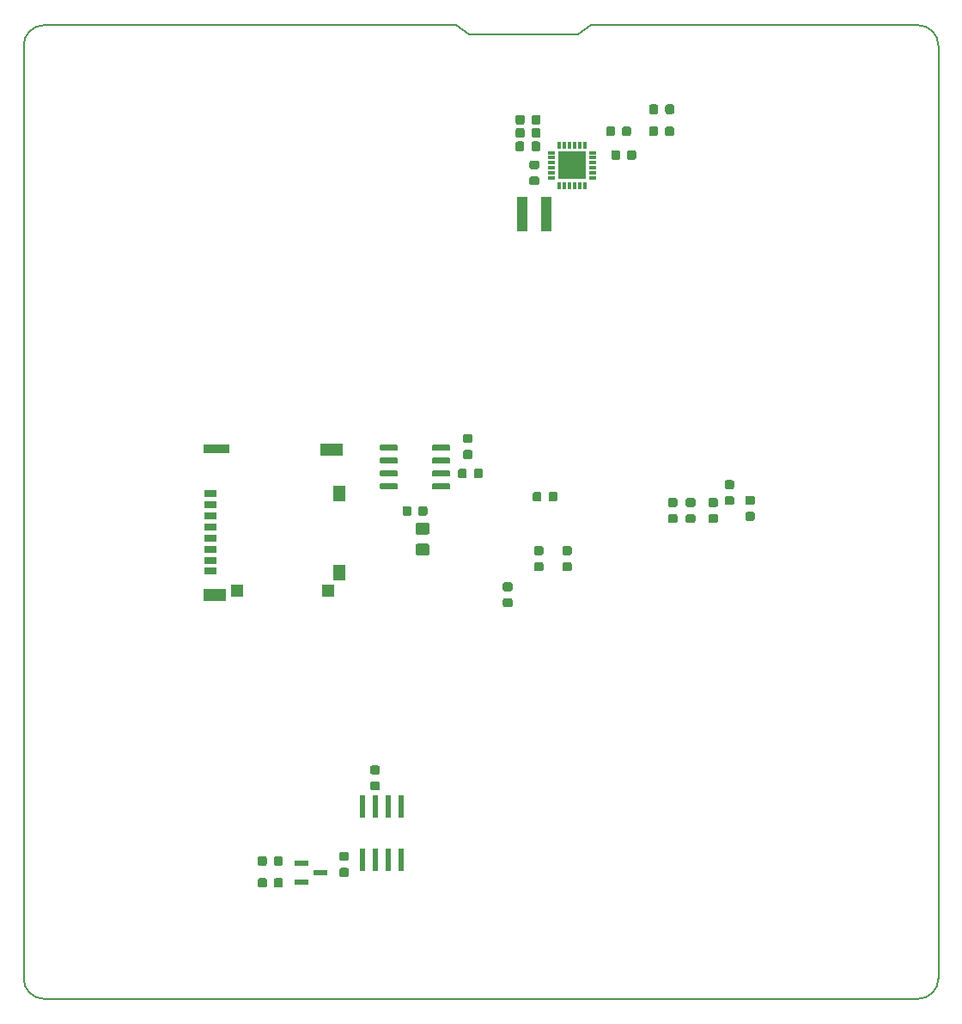
<source format=gbr>
%TF.GenerationSoftware,KiCad,Pcbnew,(5.1.5)-3*%
%TF.CreationDate,2020-03-13T15:39:37-07:00*%
%TF.ProjectId,mainboard,6d61696e-626f-4617-9264-2e6b69636164,rev?*%
%TF.SameCoordinates,Original*%
%TF.FileFunction,Paste,Bot*%
%TF.FilePolarity,Positive*%
%FSLAX46Y46*%
G04 Gerber Fmt 4.6, Leading zero omitted, Abs format (unit mm)*
G04 Created by KiCad (PCBNEW (5.1.5)-3) date 2020-03-13 15:39:37*
%MOMM*%
%LPD*%
G04 APERTURE LIST*
%ADD10C,0.150000*%
%ADD11C,0.100000*%
%ADD12R,2.800000X2.800000*%
%ADD13R,0.800000X0.300000*%
%ADD14R,0.300000X0.800000*%
%ADD15R,0.980000X3.400000*%
%ADD16R,0.609600X2.209800*%
%ADD17R,1.240000X0.800000*%
%ADD18R,2.500000X0.950000*%
%ADD19R,2.200000X1.150000*%
%ADD20R,1.250000X1.160000*%
%ADD21R,1.200000X1.160000*%
%ADD22R,1.150000X1.500000*%
%ADD23R,1.320800X0.558800*%
G04 APERTURE END LIST*
D10*
X98336100Y-54489100D02*
X98336100Y-146374100D01*
X100336100Y-148374100D02*
G75*
G02X98336100Y-146374100I0J2000000D01*
G01*
X100336100Y-148374100D02*
X186506100Y-148374100D01*
X188506100Y-146374100D02*
G75*
G02X186506100Y-148374100I-2000000J0D01*
G01*
X188506100Y-146374100D02*
X188506100Y-54489100D01*
X186506100Y-52489100D02*
G75*
G02X188506100Y-54489100I0J-2000000D01*
G01*
X186506100Y-52489100D02*
X154276100Y-52499096D01*
X154276100Y-52499096D02*
X153006100Y-53388096D01*
X153006100Y-53388096D02*
X142211100Y-53388096D01*
X142211100Y-53388096D02*
X140931103Y-52489100D01*
X140931103Y-52489100D02*
X100336100Y-52489100D01*
X98336100Y-54489100D02*
G75*
G02X100336100Y-52489100I2000000J0D01*
G01*
D11*
G36*
X160679191Y-60295553D02*
G01*
X160700426Y-60298703D01*
X160721250Y-60303919D01*
X160741462Y-60311151D01*
X160760868Y-60320330D01*
X160779281Y-60331366D01*
X160796524Y-60344154D01*
X160812430Y-60358570D01*
X160826846Y-60374476D01*
X160839634Y-60391719D01*
X160850670Y-60410132D01*
X160859849Y-60429538D01*
X160867081Y-60449750D01*
X160872297Y-60470574D01*
X160875447Y-60491809D01*
X160876500Y-60513250D01*
X160876500Y-61025750D01*
X160875447Y-61047191D01*
X160872297Y-61068426D01*
X160867081Y-61089250D01*
X160859849Y-61109462D01*
X160850670Y-61128868D01*
X160839634Y-61147281D01*
X160826846Y-61164524D01*
X160812430Y-61180430D01*
X160796524Y-61194846D01*
X160779281Y-61207634D01*
X160760868Y-61218670D01*
X160741462Y-61227849D01*
X160721250Y-61235081D01*
X160700426Y-61240297D01*
X160679191Y-61243447D01*
X160657750Y-61244500D01*
X160220250Y-61244500D01*
X160198809Y-61243447D01*
X160177574Y-61240297D01*
X160156750Y-61235081D01*
X160136538Y-61227849D01*
X160117132Y-61218670D01*
X160098719Y-61207634D01*
X160081476Y-61194846D01*
X160065570Y-61180430D01*
X160051154Y-61164524D01*
X160038366Y-61147281D01*
X160027330Y-61128868D01*
X160018151Y-61109462D01*
X160010919Y-61089250D01*
X160005703Y-61068426D01*
X160002553Y-61047191D01*
X160001500Y-61025750D01*
X160001500Y-60513250D01*
X160002553Y-60491809D01*
X160005703Y-60470574D01*
X160010919Y-60449750D01*
X160018151Y-60429538D01*
X160027330Y-60410132D01*
X160038366Y-60391719D01*
X160051154Y-60374476D01*
X160065570Y-60358570D01*
X160081476Y-60344154D01*
X160098719Y-60331366D01*
X160117132Y-60320330D01*
X160136538Y-60311151D01*
X160156750Y-60303919D01*
X160177574Y-60298703D01*
X160198809Y-60295553D01*
X160220250Y-60294500D01*
X160657750Y-60294500D01*
X160679191Y-60295553D01*
G37*
G36*
X162254191Y-60295553D02*
G01*
X162275426Y-60298703D01*
X162296250Y-60303919D01*
X162316462Y-60311151D01*
X162335868Y-60320330D01*
X162354281Y-60331366D01*
X162371524Y-60344154D01*
X162387430Y-60358570D01*
X162401846Y-60374476D01*
X162414634Y-60391719D01*
X162425670Y-60410132D01*
X162434849Y-60429538D01*
X162442081Y-60449750D01*
X162447297Y-60470574D01*
X162450447Y-60491809D01*
X162451500Y-60513250D01*
X162451500Y-61025750D01*
X162450447Y-61047191D01*
X162447297Y-61068426D01*
X162442081Y-61089250D01*
X162434849Y-61109462D01*
X162425670Y-61128868D01*
X162414634Y-61147281D01*
X162401846Y-61164524D01*
X162387430Y-61180430D01*
X162371524Y-61194846D01*
X162354281Y-61207634D01*
X162335868Y-61218670D01*
X162316462Y-61227849D01*
X162296250Y-61235081D01*
X162275426Y-61240297D01*
X162254191Y-61243447D01*
X162232750Y-61244500D01*
X161795250Y-61244500D01*
X161773809Y-61243447D01*
X161752574Y-61240297D01*
X161731750Y-61235081D01*
X161711538Y-61227849D01*
X161692132Y-61218670D01*
X161673719Y-61207634D01*
X161656476Y-61194846D01*
X161640570Y-61180430D01*
X161626154Y-61164524D01*
X161613366Y-61147281D01*
X161602330Y-61128868D01*
X161593151Y-61109462D01*
X161585919Y-61089250D01*
X161580703Y-61068426D01*
X161577553Y-61047191D01*
X161576500Y-61025750D01*
X161576500Y-60513250D01*
X161577553Y-60491809D01*
X161580703Y-60470574D01*
X161585919Y-60449750D01*
X161593151Y-60429538D01*
X161602330Y-60410132D01*
X161613366Y-60391719D01*
X161626154Y-60374476D01*
X161640570Y-60358570D01*
X161656476Y-60344154D01*
X161673719Y-60331366D01*
X161692132Y-60320330D01*
X161711538Y-60311151D01*
X161731750Y-60303919D01*
X161752574Y-60298703D01*
X161773809Y-60295553D01*
X161795250Y-60294500D01*
X162232750Y-60294500D01*
X162254191Y-60295553D01*
G37*
D12*
X152400000Y-66294000D03*
D13*
X150400000Y-65044000D03*
X150400000Y-65544000D03*
X150400000Y-66044000D03*
X150400000Y-66544000D03*
X150400000Y-67044000D03*
X150400000Y-67544000D03*
D14*
X151150000Y-68294000D03*
X151650000Y-68294000D03*
X152150000Y-68294000D03*
X152650000Y-68294000D03*
X153150000Y-68294000D03*
X153650000Y-68294000D03*
D13*
X154400000Y-67544000D03*
X154400000Y-67044000D03*
X154400000Y-66544000D03*
X154400000Y-66044000D03*
X154400000Y-65544000D03*
X154400000Y-65044000D03*
D14*
X153650000Y-64294000D03*
X153150000Y-64294000D03*
X152650000Y-64294000D03*
X152150000Y-64294000D03*
X151650000Y-64294000D03*
X151150000Y-64294000D03*
D11*
G36*
X138117105Y-103549804D02*
G01*
X138141373Y-103553404D01*
X138165172Y-103559365D01*
X138188271Y-103567630D01*
X138210450Y-103578120D01*
X138231493Y-103590732D01*
X138251199Y-103605347D01*
X138269377Y-103621823D01*
X138285853Y-103640001D01*
X138300468Y-103659707D01*
X138313080Y-103680750D01*
X138323570Y-103702929D01*
X138331835Y-103726028D01*
X138337796Y-103749827D01*
X138341396Y-103774095D01*
X138342600Y-103798599D01*
X138342600Y-104448601D01*
X138341396Y-104473105D01*
X138337796Y-104497373D01*
X138331835Y-104521172D01*
X138323570Y-104544271D01*
X138313080Y-104566450D01*
X138300468Y-104587493D01*
X138285853Y-104607199D01*
X138269377Y-104625377D01*
X138251199Y-104641853D01*
X138231493Y-104656468D01*
X138210450Y-104669080D01*
X138188271Y-104679570D01*
X138165172Y-104687835D01*
X138141373Y-104693796D01*
X138117105Y-104697396D01*
X138092601Y-104698600D01*
X137192599Y-104698600D01*
X137168095Y-104697396D01*
X137143827Y-104693796D01*
X137120028Y-104687835D01*
X137096929Y-104679570D01*
X137074750Y-104669080D01*
X137053707Y-104656468D01*
X137034001Y-104641853D01*
X137015823Y-104625377D01*
X136999347Y-104607199D01*
X136984732Y-104587493D01*
X136972120Y-104566450D01*
X136961630Y-104544271D01*
X136953365Y-104521172D01*
X136947404Y-104497373D01*
X136943804Y-104473105D01*
X136942600Y-104448601D01*
X136942600Y-103798599D01*
X136943804Y-103774095D01*
X136947404Y-103749827D01*
X136953365Y-103726028D01*
X136961630Y-103702929D01*
X136972120Y-103680750D01*
X136984732Y-103659707D01*
X136999347Y-103640001D01*
X137015823Y-103621823D01*
X137034001Y-103605347D01*
X137053707Y-103590732D01*
X137074750Y-103578120D01*
X137096929Y-103567630D01*
X137120028Y-103559365D01*
X137143827Y-103553404D01*
X137168095Y-103549804D01*
X137192599Y-103548600D01*
X138092601Y-103548600D01*
X138117105Y-103549804D01*
G37*
G36*
X138117105Y-101499804D02*
G01*
X138141373Y-101503404D01*
X138165172Y-101509365D01*
X138188271Y-101517630D01*
X138210450Y-101528120D01*
X138231493Y-101540732D01*
X138251199Y-101555347D01*
X138269377Y-101571823D01*
X138285853Y-101590001D01*
X138300468Y-101609707D01*
X138313080Y-101630750D01*
X138323570Y-101652929D01*
X138331835Y-101676028D01*
X138337796Y-101699827D01*
X138341396Y-101724095D01*
X138342600Y-101748599D01*
X138342600Y-102398601D01*
X138341396Y-102423105D01*
X138337796Y-102447373D01*
X138331835Y-102471172D01*
X138323570Y-102494271D01*
X138313080Y-102516450D01*
X138300468Y-102537493D01*
X138285853Y-102557199D01*
X138269377Y-102575377D01*
X138251199Y-102591853D01*
X138231493Y-102606468D01*
X138210450Y-102619080D01*
X138188271Y-102629570D01*
X138165172Y-102637835D01*
X138141373Y-102643796D01*
X138117105Y-102647396D01*
X138092601Y-102648600D01*
X137192599Y-102648600D01*
X137168095Y-102647396D01*
X137143827Y-102643796D01*
X137120028Y-102637835D01*
X137096929Y-102629570D01*
X137074750Y-102619080D01*
X137053707Y-102606468D01*
X137034001Y-102591853D01*
X137015823Y-102575377D01*
X136999347Y-102557199D01*
X136984732Y-102537493D01*
X136972120Y-102516450D01*
X136961630Y-102494271D01*
X136953365Y-102471172D01*
X136947404Y-102447373D01*
X136943804Y-102423105D01*
X136942600Y-102398601D01*
X136942600Y-101748599D01*
X136943804Y-101724095D01*
X136947404Y-101699827D01*
X136953365Y-101676028D01*
X136961630Y-101652929D01*
X136972120Y-101630750D01*
X136984732Y-101609707D01*
X136999347Y-101590001D01*
X137015823Y-101571823D01*
X137034001Y-101555347D01*
X137053707Y-101540732D01*
X137074750Y-101528120D01*
X137096929Y-101517630D01*
X137120028Y-101509365D01*
X137143827Y-101503404D01*
X137168095Y-101499804D01*
X137192599Y-101498600D01*
X138092601Y-101498600D01*
X138117105Y-101499804D01*
G37*
G36*
X164348991Y-99065249D02*
G01*
X164370226Y-99068399D01*
X164391050Y-99073615D01*
X164411262Y-99080847D01*
X164430668Y-99090026D01*
X164449081Y-99101062D01*
X164466324Y-99113850D01*
X164482230Y-99128266D01*
X164496646Y-99144172D01*
X164509434Y-99161415D01*
X164520470Y-99179828D01*
X164529649Y-99199234D01*
X164536881Y-99219446D01*
X164542097Y-99240270D01*
X164545247Y-99261505D01*
X164546300Y-99282946D01*
X164546300Y-99720446D01*
X164545247Y-99741887D01*
X164542097Y-99763122D01*
X164536881Y-99783946D01*
X164529649Y-99804158D01*
X164520470Y-99823564D01*
X164509434Y-99841977D01*
X164496646Y-99859220D01*
X164482230Y-99875126D01*
X164466324Y-99889542D01*
X164449081Y-99902330D01*
X164430668Y-99913366D01*
X164411262Y-99922545D01*
X164391050Y-99929777D01*
X164370226Y-99934993D01*
X164348991Y-99938143D01*
X164327550Y-99939196D01*
X163815050Y-99939196D01*
X163793609Y-99938143D01*
X163772374Y-99934993D01*
X163751550Y-99929777D01*
X163731338Y-99922545D01*
X163711932Y-99913366D01*
X163693519Y-99902330D01*
X163676276Y-99889542D01*
X163660370Y-99875126D01*
X163645954Y-99859220D01*
X163633166Y-99841977D01*
X163622130Y-99823564D01*
X163612951Y-99804158D01*
X163605719Y-99783946D01*
X163600503Y-99763122D01*
X163597353Y-99741887D01*
X163596300Y-99720446D01*
X163596300Y-99282946D01*
X163597353Y-99261505D01*
X163600503Y-99240270D01*
X163605719Y-99219446D01*
X163612951Y-99199234D01*
X163622130Y-99179828D01*
X163633166Y-99161415D01*
X163645954Y-99144172D01*
X163660370Y-99128266D01*
X163676276Y-99113850D01*
X163693519Y-99101062D01*
X163711932Y-99090026D01*
X163731338Y-99080847D01*
X163751550Y-99073615D01*
X163772374Y-99068399D01*
X163793609Y-99065249D01*
X163815050Y-99064196D01*
X164327550Y-99064196D01*
X164348991Y-99065249D01*
G37*
G36*
X164348991Y-100640249D02*
G01*
X164370226Y-100643399D01*
X164391050Y-100648615D01*
X164411262Y-100655847D01*
X164430668Y-100665026D01*
X164449081Y-100676062D01*
X164466324Y-100688850D01*
X164482230Y-100703266D01*
X164496646Y-100719172D01*
X164509434Y-100736415D01*
X164520470Y-100754828D01*
X164529649Y-100774234D01*
X164536881Y-100794446D01*
X164542097Y-100815270D01*
X164545247Y-100836505D01*
X164546300Y-100857946D01*
X164546300Y-101295446D01*
X164545247Y-101316887D01*
X164542097Y-101338122D01*
X164536881Y-101358946D01*
X164529649Y-101379158D01*
X164520470Y-101398564D01*
X164509434Y-101416977D01*
X164496646Y-101434220D01*
X164482230Y-101450126D01*
X164466324Y-101464542D01*
X164449081Y-101477330D01*
X164430668Y-101488366D01*
X164411262Y-101497545D01*
X164391050Y-101504777D01*
X164370226Y-101509993D01*
X164348991Y-101513143D01*
X164327550Y-101514196D01*
X163815050Y-101514196D01*
X163793609Y-101513143D01*
X163772374Y-101509993D01*
X163751550Y-101504777D01*
X163731338Y-101497545D01*
X163711932Y-101488366D01*
X163693519Y-101477330D01*
X163676276Y-101464542D01*
X163660370Y-101450126D01*
X163645954Y-101434220D01*
X163633166Y-101416977D01*
X163622130Y-101398564D01*
X163612951Y-101379158D01*
X163605719Y-101358946D01*
X163600503Y-101338122D01*
X163597353Y-101316887D01*
X163596300Y-101295446D01*
X163596300Y-100857946D01*
X163597353Y-100836505D01*
X163600503Y-100815270D01*
X163605719Y-100794446D01*
X163612951Y-100774234D01*
X163622130Y-100754828D01*
X163633166Y-100736415D01*
X163645954Y-100719172D01*
X163660370Y-100703266D01*
X163676276Y-100688850D01*
X163693519Y-100676062D01*
X163711932Y-100665026D01*
X163731338Y-100655847D01*
X163751550Y-100648615D01*
X163772374Y-100643399D01*
X163793609Y-100640249D01*
X163815050Y-100639196D01*
X164327550Y-100639196D01*
X164348991Y-100640249D01*
G37*
G36*
X166571491Y-99067953D02*
G01*
X166592726Y-99071103D01*
X166613550Y-99076319D01*
X166633762Y-99083551D01*
X166653168Y-99092730D01*
X166671581Y-99103766D01*
X166688824Y-99116554D01*
X166704730Y-99130970D01*
X166719146Y-99146876D01*
X166731934Y-99164119D01*
X166742970Y-99182532D01*
X166752149Y-99201938D01*
X166759381Y-99222150D01*
X166764597Y-99242974D01*
X166767747Y-99264209D01*
X166768800Y-99285650D01*
X166768800Y-99723150D01*
X166767747Y-99744591D01*
X166764597Y-99765826D01*
X166759381Y-99786650D01*
X166752149Y-99806862D01*
X166742970Y-99826268D01*
X166731934Y-99844681D01*
X166719146Y-99861924D01*
X166704730Y-99877830D01*
X166688824Y-99892246D01*
X166671581Y-99905034D01*
X166653168Y-99916070D01*
X166633762Y-99925249D01*
X166613550Y-99932481D01*
X166592726Y-99937697D01*
X166571491Y-99940847D01*
X166550050Y-99941900D01*
X166037550Y-99941900D01*
X166016109Y-99940847D01*
X165994874Y-99937697D01*
X165974050Y-99932481D01*
X165953838Y-99925249D01*
X165934432Y-99916070D01*
X165916019Y-99905034D01*
X165898776Y-99892246D01*
X165882870Y-99877830D01*
X165868454Y-99861924D01*
X165855666Y-99844681D01*
X165844630Y-99826268D01*
X165835451Y-99806862D01*
X165828219Y-99786650D01*
X165823003Y-99765826D01*
X165819853Y-99744591D01*
X165818800Y-99723150D01*
X165818800Y-99285650D01*
X165819853Y-99264209D01*
X165823003Y-99242974D01*
X165828219Y-99222150D01*
X165835451Y-99201938D01*
X165844630Y-99182532D01*
X165855666Y-99164119D01*
X165868454Y-99146876D01*
X165882870Y-99130970D01*
X165898776Y-99116554D01*
X165916019Y-99103766D01*
X165934432Y-99092730D01*
X165953838Y-99083551D01*
X165974050Y-99076319D01*
X165994874Y-99071103D01*
X166016109Y-99067953D01*
X166037550Y-99066900D01*
X166550050Y-99066900D01*
X166571491Y-99067953D01*
G37*
G36*
X166571491Y-100642953D02*
G01*
X166592726Y-100646103D01*
X166613550Y-100651319D01*
X166633762Y-100658551D01*
X166653168Y-100667730D01*
X166671581Y-100678766D01*
X166688824Y-100691554D01*
X166704730Y-100705970D01*
X166719146Y-100721876D01*
X166731934Y-100739119D01*
X166742970Y-100757532D01*
X166752149Y-100776938D01*
X166759381Y-100797150D01*
X166764597Y-100817974D01*
X166767747Y-100839209D01*
X166768800Y-100860650D01*
X166768800Y-101298150D01*
X166767747Y-101319591D01*
X166764597Y-101340826D01*
X166759381Y-101361650D01*
X166752149Y-101381862D01*
X166742970Y-101401268D01*
X166731934Y-101419681D01*
X166719146Y-101436924D01*
X166704730Y-101452830D01*
X166688824Y-101467246D01*
X166671581Y-101480034D01*
X166653168Y-101491070D01*
X166633762Y-101500249D01*
X166613550Y-101507481D01*
X166592726Y-101512697D01*
X166571491Y-101515847D01*
X166550050Y-101516900D01*
X166037550Y-101516900D01*
X166016109Y-101515847D01*
X165994874Y-101512697D01*
X165974050Y-101507481D01*
X165953838Y-101500249D01*
X165934432Y-101491070D01*
X165916019Y-101480034D01*
X165898776Y-101467246D01*
X165882870Y-101452830D01*
X165868454Y-101436924D01*
X165855666Y-101419681D01*
X165844630Y-101401268D01*
X165835451Y-101381862D01*
X165828219Y-101361650D01*
X165823003Y-101340826D01*
X165819853Y-101319591D01*
X165818800Y-101298150D01*
X165818800Y-100860650D01*
X165819853Y-100839209D01*
X165823003Y-100817974D01*
X165828219Y-100797150D01*
X165835451Y-100776938D01*
X165844630Y-100757532D01*
X165855666Y-100739119D01*
X165868454Y-100721876D01*
X165882870Y-100705970D01*
X165898776Y-100691554D01*
X165916019Y-100678766D01*
X165934432Y-100667730D01*
X165953838Y-100658551D01*
X165974050Y-100651319D01*
X165994874Y-100646103D01*
X166016109Y-100642953D01*
X166037550Y-100641900D01*
X166550050Y-100641900D01*
X166571491Y-100642953D01*
G37*
G36*
X149084291Y-61324253D02*
G01*
X149105526Y-61327403D01*
X149126350Y-61332619D01*
X149146562Y-61339851D01*
X149165968Y-61349030D01*
X149184381Y-61360066D01*
X149201624Y-61372854D01*
X149217530Y-61387270D01*
X149231946Y-61403176D01*
X149244734Y-61420419D01*
X149255770Y-61438832D01*
X149264949Y-61458238D01*
X149272181Y-61478450D01*
X149277397Y-61499274D01*
X149280547Y-61520509D01*
X149281600Y-61541950D01*
X149281600Y-62054450D01*
X149280547Y-62075891D01*
X149277397Y-62097126D01*
X149272181Y-62117950D01*
X149264949Y-62138162D01*
X149255770Y-62157568D01*
X149244734Y-62175981D01*
X149231946Y-62193224D01*
X149217530Y-62209130D01*
X149201624Y-62223546D01*
X149184381Y-62236334D01*
X149165968Y-62247370D01*
X149146562Y-62256549D01*
X149126350Y-62263781D01*
X149105526Y-62268997D01*
X149084291Y-62272147D01*
X149062850Y-62273200D01*
X148625350Y-62273200D01*
X148603909Y-62272147D01*
X148582674Y-62268997D01*
X148561850Y-62263781D01*
X148541638Y-62256549D01*
X148522232Y-62247370D01*
X148503819Y-62236334D01*
X148486576Y-62223546D01*
X148470670Y-62209130D01*
X148456254Y-62193224D01*
X148443466Y-62175981D01*
X148432430Y-62157568D01*
X148423251Y-62138162D01*
X148416019Y-62117950D01*
X148410803Y-62097126D01*
X148407653Y-62075891D01*
X148406600Y-62054450D01*
X148406600Y-61541950D01*
X148407653Y-61520509D01*
X148410803Y-61499274D01*
X148416019Y-61478450D01*
X148423251Y-61458238D01*
X148432430Y-61438832D01*
X148443466Y-61420419D01*
X148456254Y-61403176D01*
X148470670Y-61387270D01*
X148486576Y-61372854D01*
X148503819Y-61360066D01*
X148522232Y-61349030D01*
X148541638Y-61339851D01*
X148561850Y-61332619D01*
X148582674Y-61327403D01*
X148603909Y-61324253D01*
X148625350Y-61323200D01*
X149062850Y-61323200D01*
X149084291Y-61324253D01*
G37*
G36*
X147509291Y-61324253D02*
G01*
X147530526Y-61327403D01*
X147551350Y-61332619D01*
X147571562Y-61339851D01*
X147590968Y-61349030D01*
X147609381Y-61360066D01*
X147626624Y-61372854D01*
X147642530Y-61387270D01*
X147656946Y-61403176D01*
X147669734Y-61420419D01*
X147680770Y-61438832D01*
X147689949Y-61458238D01*
X147697181Y-61478450D01*
X147702397Y-61499274D01*
X147705547Y-61520509D01*
X147706600Y-61541950D01*
X147706600Y-62054450D01*
X147705547Y-62075891D01*
X147702397Y-62097126D01*
X147697181Y-62117950D01*
X147689949Y-62138162D01*
X147680770Y-62157568D01*
X147669734Y-62175981D01*
X147656946Y-62193224D01*
X147642530Y-62209130D01*
X147626624Y-62223546D01*
X147609381Y-62236334D01*
X147590968Y-62247370D01*
X147571562Y-62256549D01*
X147551350Y-62263781D01*
X147530526Y-62268997D01*
X147509291Y-62272147D01*
X147487850Y-62273200D01*
X147050350Y-62273200D01*
X147028909Y-62272147D01*
X147007674Y-62268997D01*
X146986850Y-62263781D01*
X146966638Y-62256549D01*
X146947232Y-62247370D01*
X146928819Y-62236334D01*
X146911576Y-62223546D01*
X146895670Y-62209130D01*
X146881254Y-62193224D01*
X146868466Y-62175981D01*
X146857430Y-62157568D01*
X146848251Y-62138162D01*
X146841019Y-62117950D01*
X146835803Y-62097126D01*
X146832653Y-62075891D01*
X146831600Y-62054450D01*
X146831600Y-61541950D01*
X146832653Y-61520509D01*
X146835803Y-61499274D01*
X146841019Y-61478450D01*
X146848251Y-61458238D01*
X146857430Y-61438832D01*
X146868466Y-61420419D01*
X146881254Y-61403176D01*
X146895670Y-61387270D01*
X146911576Y-61372854D01*
X146928819Y-61360066D01*
X146947232Y-61349030D01*
X146966638Y-61339851D01*
X146986850Y-61332619D01*
X147007674Y-61327403D01*
X147028909Y-61324253D01*
X147050350Y-61323200D01*
X147487850Y-61323200D01*
X147509291Y-61324253D01*
G37*
G36*
X147509291Y-62619653D02*
G01*
X147530526Y-62622803D01*
X147551350Y-62628019D01*
X147571562Y-62635251D01*
X147590968Y-62644430D01*
X147609381Y-62655466D01*
X147626624Y-62668254D01*
X147642530Y-62682670D01*
X147656946Y-62698576D01*
X147669734Y-62715819D01*
X147680770Y-62734232D01*
X147689949Y-62753638D01*
X147697181Y-62773850D01*
X147702397Y-62794674D01*
X147705547Y-62815909D01*
X147706600Y-62837350D01*
X147706600Y-63349850D01*
X147705547Y-63371291D01*
X147702397Y-63392526D01*
X147697181Y-63413350D01*
X147689949Y-63433562D01*
X147680770Y-63452968D01*
X147669734Y-63471381D01*
X147656946Y-63488624D01*
X147642530Y-63504530D01*
X147626624Y-63518946D01*
X147609381Y-63531734D01*
X147590968Y-63542770D01*
X147571562Y-63551949D01*
X147551350Y-63559181D01*
X147530526Y-63564397D01*
X147509291Y-63567547D01*
X147487850Y-63568600D01*
X147050350Y-63568600D01*
X147028909Y-63567547D01*
X147007674Y-63564397D01*
X146986850Y-63559181D01*
X146966638Y-63551949D01*
X146947232Y-63542770D01*
X146928819Y-63531734D01*
X146911576Y-63518946D01*
X146895670Y-63504530D01*
X146881254Y-63488624D01*
X146868466Y-63471381D01*
X146857430Y-63452968D01*
X146848251Y-63433562D01*
X146841019Y-63413350D01*
X146835803Y-63392526D01*
X146832653Y-63371291D01*
X146831600Y-63349850D01*
X146831600Y-62837350D01*
X146832653Y-62815909D01*
X146835803Y-62794674D01*
X146841019Y-62773850D01*
X146848251Y-62753638D01*
X146857430Y-62734232D01*
X146868466Y-62715819D01*
X146881254Y-62698576D01*
X146895670Y-62682670D01*
X146911576Y-62668254D01*
X146928819Y-62655466D01*
X146947232Y-62644430D01*
X146966638Y-62635251D01*
X146986850Y-62628019D01*
X147007674Y-62622803D01*
X147028909Y-62619653D01*
X147050350Y-62618600D01*
X147487850Y-62618600D01*
X147509291Y-62619653D01*
G37*
G36*
X149084291Y-62619653D02*
G01*
X149105526Y-62622803D01*
X149126350Y-62628019D01*
X149146562Y-62635251D01*
X149165968Y-62644430D01*
X149184381Y-62655466D01*
X149201624Y-62668254D01*
X149217530Y-62682670D01*
X149231946Y-62698576D01*
X149244734Y-62715819D01*
X149255770Y-62734232D01*
X149264949Y-62753638D01*
X149272181Y-62773850D01*
X149277397Y-62794674D01*
X149280547Y-62815909D01*
X149281600Y-62837350D01*
X149281600Y-63349850D01*
X149280547Y-63371291D01*
X149277397Y-63392526D01*
X149272181Y-63413350D01*
X149264949Y-63433562D01*
X149255770Y-63452968D01*
X149244734Y-63471381D01*
X149231946Y-63488624D01*
X149217530Y-63504530D01*
X149201624Y-63518946D01*
X149184381Y-63531734D01*
X149165968Y-63542770D01*
X149146562Y-63551949D01*
X149126350Y-63559181D01*
X149105526Y-63564397D01*
X149084291Y-63567547D01*
X149062850Y-63568600D01*
X148625350Y-63568600D01*
X148603909Y-63567547D01*
X148582674Y-63564397D01*
X148561850Y-63559181D01*
X148541638Y-63551949D01*
X148522232Y-63542770D01*
X148503819Y-63531734D01*
X148486576Y-63518946D01*
X148470670Y-63504530D01*
X148456254Y-63488624D01*
X148443466Y-63471381D01*
X148432430Y-63452968D01*
X148423251Y-63433562D01*
X148416019Y-63413350D01*
X148410803Y-63392526D01*
X148407653Y-63371291D01*
X148406600Y-63349850D01*
X148406600Y-62837350D01*
X148407653Y-62815909D01*
X148410803Y-62794674D01*
X148416019Y-62773850D01*
X148423251Y-62753638D01*
X148432430Y-62734232D01*
X148443466Y-62715819D01*
X148456254Y-62698576D01*
X148470670Y-62682670D01*
X148486576Y-62668254D01*
X148503819Y-62655466D01*
X148522232Y-62644430D01*
X148541638Y-62635251D01*
X148561850Y-62628019D01*
X148582674Y-62622803D01*
X148603909Y-62619653D01*
X148625350Y-62618600D01*
X149062850Y-62618600D01*
X149084291Y-62619653D01*
G37*
G36*
X158507691Y-64804053D02*
G01*
X158528926Y-64807203D01*
X158549750Y-64812419D01*
X158569962Y-64819651D01*
X158589368Y-64828830D01*
X158607781Y-64839866D01*
X158625024Y-64852654D01*
X158640930Y-64867070D01*
X158655346Y-64882976D01*
X158668134Y-64900219D01*
X158679170Y-64918632D01*
X158688349Y-64938038D01*
X158695581Y-64958250D01*
X158700797Y-64979074D01*
X158703947Y-65000309D01*
X158705000Y-65021750D01*
X158705000Y-65534250D01*
X158703947Y-65555691D01*
X158700797Y-65576926D01*
X158695581Y-65597750D01*
X158688349Y-65617962D01*
X158679170Y-65637368D01*
X158668134Y-65655781D01*
X158655346Y-65673024D01*
X158640930Y-65688930D01*
X158625024Y-65703346D01*
X158607781Y-65716134D01*
X158589368Y-65727170D01*
X158569962Y-65736349D01*
X158549750Y-65743581D01*
X158528926Y-65748797D01*
X158507691Y-65751947D01*
X158486250Y-65753000D01*
X158048750Y-65753000D01*
X158027309Y-65751947D01*
X158006074Y-65748797D01*
X157985250Y-65743581D01*
X157965038Y-65736349D01*
X157945632Y-65727170D01*
X157927219Y-65716134D01*
X157909976Y-65703346D01*
X157894070Y-65688930D01*
X157879654Y-65673024D01*
X157866866Y-65655781D01*
X157855830Y-65637368D01*
X157846651Y-65617962D01*
X157839419Y-65597750D01*
X157834203Y-65576926D01*
X157831053Y-65555691D01*
X157830000Y-65534250D01*
X157830000Y-65021750D01*
X157831053Y-65000309D01*
X157834203Y-64979074D01*
X157839419Y-64958250D01*
X157846651Y-64938038D01*
X157855830Y-64918632D01*
X157866866Y-64900219D01*
X157879654Y-64882976D01*
X157894070Y-64867070D01*
X157909976Y-64852654D01*
X157927219Y-64839866D01*
X157945632Y-64828830D01*
X157965038Y-64819651D01*
X157985250Y-64812419D01*
X158006074Y-64807203D01*
X158027309Y-64804053D01*
X158048750Y-64803000D01*
X158486250Y-64803000D01*
X158507691Y-64804053D01*
G37*
G36*
X156932691Y-64804053D02*
G01*
X156953926Y-64807203D01*
X156974750Y-64812419D01*
X156994962Y-64819651D01*
X157014368Y-64828830D01*
X157032781Y-64839866D01*
X157050024Y-64852654D01*
X157065930Y-64867070D01*
X157080346Y-64882976D01*
X157093134Y-64900219D01*
X157104170Y-64918632D01*
X157113349Y-64938038D01*
X157120581Y-64958250D01*
X157125797Y-64979074D01*
X157128947Y-65000309D01*
X157130000Y-65021750D01*
X157130000Y-65534250D01*
X157128947Y-65555691D01*
X157125797Y-65576926D01*
X157120581Y-65597750D01*
X157113349Y-65617962D01*
X157104170Y-65637368D01*
X157093134Y-65655781D01*
X157080346Y-65673024D01*
X157065930Y-65688930D01*
X157050024Y-65703346D01*
X157032781Y-65716134D01*
X157014368Y-65727170D01*
X156994962Y-65736349D01*
X156974750Y-65743581D01*
X156953926Y-65748797D01*
X156932691Y-65751947D01*
X156911250Y-65753000D01*
X156473750Y-65753000D01*
X156452309Y-65751947D01*
X156431074Y-65748797D01*
X156410250Y-65743581D01*
X156390038Y-65736349D01*
X156370632Y-65727170D01*
X156352219Y-65716134D01*
X156334976Y-65703346D01*
X156319070Y-65688930D01*
X156304654Y-65673024D01*
X156291866Y-65655781D01*
X156280830Y-65637368D01*
X156271651Y-65617962D01*
X156264419Y-65597750D01*
X156259203Y-65576926D01*
X156256053Y-65555691D01*
X156255000Y-65534250D01*
X156255000Y-65021750D01*
X156256053Y-65000309D01*
X156259203Y-64979074D01*
X156264419Y-64958250D01*
X156271651Y-64938038D01*
X156280830Y-64918632D01*
X156291866Y-64900219D01*
X156304654Y-64882976D01*
X156319070Y-64867070D01*
X156334976Y-64852654D01*
X156352219Y-64839866D01*
X156370632Y-64828830D01*
X156390038Y-64819651D01*
X156410250Y-64812419D01*
X156431074Y-64807203D01*
X156452309Y-64804053D01*
X156473750Y-64803000D01*
X156911250Y-64803000D01*
X156932691Y-64804053D01*
G37*
G36*
X162241491Y-62467253D02*
G01*
X162262726Y-62470403D01*
X162283550Y-62475619D01*
X162303762Y-62482851D01*
X162323168Y-62492030D01*
X162341581Y-62503066D01*
X162358824Y-62515854D01*
X162374730Y-62530270D01*
X162389146Y-62546176D01*
X162401934Y-62563419D01*
X162412970Y-62581832D01*
X162422149Y-62601238D01*
X162429381Y-62621450D01*
X162434597Y-62642274D01*
X162437747Y-62663509D01*
X162438800Y-62684950D01*
X162438800Y-63197450D01*
X162437747Y-63218891D01*
X162434597Y-63240126D01*
X162429381Y-63260950D01*
X162422149Y-63281162D01*
X162412970Y-63300568D01*
X162401934Y-63318981D01*
X162389146Y-63336224D01*
X162374730Y-63352130D01*
X162358824Y-63366546D01*
X162341581Y-63379334D01*
X162323168Y-63390370D01*
X162303762Y-63399549D01*
X162283550Y-63406781D01*
X162262726Y-63411997D01*
X162241491Y-63415147D01*
X162220050Y-63416200D01*
X161782550Y-63416200D01*
X161761109Y-63415147D01*
X161739874Y-63411997D01*
X161719050Y-63406781D01*
X161698838Y-63399549D01*
X161679432Y-63390370D01*
X161661019Y-63379334D01*
X161643776Y-63366546D01*
X161627870Y-63352130D01*
X161613454Y-63336224D01*
X161600666Y-63318981D01*
X161589630Y-63300568D01*
X161580451Y-63281162D01*
X161573219Y-63260950D01*
X161568003Y-63240126D01*
X161564853Y-63218891D01*
X161563800Y-63197450D01*
X161563800Y-62684950D01*
X161564853Y-62663509D01*
X161568003Y-62642274D01*
X161573219Y-62621450D01*
X161580451Y-62601238D01*
X161589630Y-62581832D01*
X161600666Y-62563419D01*
X161613454Y-62546176D01*
X161627870Y-62530270D01*
X161643776Y-62515854D01*
X161661019Y-62503066D01*
X161679432Y-62492030D01*
X161698838Y-62482851D01*
X161719050Y-62475619D01*
X161739874Y-62470403D01*
X161761109Y-62467253D01*
X161782550Y-62466200D01*
X162220050Y-62466200D01*
X162241491Y-62467253D01*
G37*
G36*
X160666491Y-62467253D02*
G01*
X160687726Y-62470403D01*
X160708550Y-62475619D01*
X160728762Y-62482851D01*
X160748168Y-62492030D01*
X160766581Y-62503066D01*
X160783824Y-62515854D01*
X160799730Y-62530270D01*
X160814146Y-62546176D01*
X160826934Y-62563419D01*
X160837970Y-62581832D01*
X160847149Y-62601238D01*
X160854381Y-62621450D01*
X160859597Y-62642274D01*
X160862747Y-62663509D01*
X160863800Y-62684950D01*
X160863800Y-63197450D01*
X160862747Y-63218891D01*
X160859597Y-63240126D01*
X160854381Y-63260950D01*
X160847149Y-63281162D01*
X160837970Y-63300568D01*
X160826934Y-63318981D01*
X160814146Y-63336224D01*
X160799730Y-63352130D01*
X160783824Y-63366546D01*
X160766581Y-63379334D01*
X160748168Y-63390370D01*
X160728762Y-63399549D01*
X160708550Y-63406781D01*
X160687726Y-63411997D01*
X160666491Y-63415147D01*
X160645050Y-63416200D01*
X160207550Y-63416200D01*
X160186109Y-63415147D01*
X160164874Y-63411997D01*
X160144050Y-63406781D01*
X160123838Y-63399549D01*
X160104432Y-63390370D01*
X160086019Y-63379334D01*
X160068776Y-63366546D01*
X160052870Y-63352130D01*
X160038454Y-63336224D01*
X160025666Y-63318981D01*
X160014630Y-63300568D01*
X160005451Y-63281162D01*
X159998219Y-63260950D01*
X159993003Y-63240126D01*
X159989853Y-63218891D01*
X159988800Y-63197450D01*
X159988800Y-62684950D01*
X159989853Y-62663509D01*
X159993003Y-62642274D01*
X159998219Y-62621450D01*
X160005451Y-62601238D01*
X160014630Y-62581832D01*
X160025666Y-62563419D01*
X160038454Y-62546176D01*
X160052870Y-62530270D01*
X160068776Y-62515854D01*
X160086019Y-62503066D01*
X160104432Y-62492030D01*
X160123838Y-62482851D01*
X160144050Y-62475619D01*
X160164874Y-62470403D01*
X160186109Y-62467253D01*
X160207550Y-62466200D01*
X160645050Y-62466200D01*
X160666491Y-62467253D01*
G37*
G36*
X156424691Y-62467253D02*
G01*
X156445926Y-62470403D01*
X156466750Y-62475619D01*
X156486962Y-62482851D01*
X156506368Y-62492030D01*
X156524781Y-62503066D01*
X156542024Y-62515854D01*
X156557930Y-62530270D01*
X156572346Y-62546176D01*
X156585134Y-62563419D01*
X156596170Y-62581832D01*
X156605349Y-62601238D01*
X156612581Y-62621450D01*
X156617797Y-62642274D01*
X156620947Y-62663509D01*
X156622000Y-62684950D01*
X156622000Y-63197450D01*
X156620947Y-63218891D01*
X156617797Y-63240126D01*
X156612581Y-63260950D01*
X156605349Y-63281162D01*
X156596170Y-63300568D01*
X156585134Y-63318981D01*
X156572346Y-63336224D01*
X156557930Y-63352130D01*
X156542024Y-63366546D01*
X156524781Y-63379334D01*
X156506368Y-63390370D01*
X156486962Y-63399549D01*
X156466750Y-63406781D01*
X156445926Y-63411997D01*
X156424691Y-63415147D01*
X156403250Y-63416200D01*
X155965750Y-63416200D01*
X155944309Y-63415147D01*
X155923074Y-63411997D01*
X155902250Y-63406781D01*
X155882038Y-63399549D01*
X155862632Y-63390370D01*
X155844219Y-63379334D01*
X155826976Y-63366546D01*
X155811070Y-63352130D01*
X155796654Y-63336224D01*
X155783866Y-63318981D01*
X155772830Y-63300568D01*
X155763651Y-63281162D01*
X155756419Y-63260950D01*
X155751203Y-63240126D01*
X155748053Y-63218891D01*
X155747000Y-63197450D01*
X155747000Y-62684950D01*
X155748053Y-62663509D01*
X155751203Y-62642274D01*
X155756419Y-62621450D01*
X155763651Y-62601238D01*
X155772830Y-62581832D01*
X155783866Y-62563419D01*
X155796654Y-62546176D01*
X155811070Y-62530270D01*
X155826976Y-62515854D01*
X155844219Y-62503066D01*
X155862632Y-62492030D01*
X155882038Y-62482851D01*
X155902250Y-62475619D01*
X155923074Y-62470403D01*
X155944309Y-62467253D01*
X155965750Y-62466200D01*
X156403250Y-62466200D01*
X156424691Y-62467253D01*
G37*
G36*
X157999691Y-62467253D02*
G01*
X158020926Y-62470403D01*
X158041750Y-62475619D01*
X158061962Y-62482851D01*
X158081368Y-62492030D01*
X158099781Y-62503066D01*
X158117024Y-62515854D01*
X158132930Y-62530270D01*
X158147346Y-62546176D01*
X158160134Y-62563419D01*
X158171170Y-62581832D01*
X158180349Y-62601238D01*
X158187581Y-62621450D01*
X158192797Y-62642274D01*
X158195947Y-62663509D01*
X158197000Y-62684950D01*
X158197000Y-63197450D01*
X158195947Y-63218891D01*
X158192797Y-63240126D01*
X158187581Y-63260950D01*
X158180349Y-63281162D01*
X158171170Y-63300568D01*
X158160134Y-63318981D01*
X158147346Y-63336224D01*
X158132930Y-63352130D01*
X158117024Y-63366546D01*
X158099781Y-63379334D01*
X158081368Y-63390370D01*
X158061962Y-63399549D01*
X158041750Y-63406781D01*
X158020926Y-63411997D01*
X157999691Y-63415147D01*
X157978250Y-63416200D01*
X157540750Y-63416200D01*
X157519309Y-63415147D01*
X157498074Y-63411997D01*
X157477250Y-63406781D01*
X157457038Y-63399549D01*
X157437632Y-63390370D01*
X157419219Y-63379334D01*
X157401976Y-63366546D01*
X157386070Y-63352130D01*
X157371654Y-63336224D01*
X157358866Y-63318981D01*
X157347830Y-63300568D01*
X157338651Y-63281162D01*
X157331419Y-63260950D01*
X157326203Y-63240126D01*
X157323053Y-63218891D01*
X157322000Y-63197450D01*
X157322000Y-62684950D01*
X157323053Y-62663509D01*
X157326203Y-62642274D01*
X157331419Y-62621450D01*
X157338651Y-62601238D01*
X157347830Y-62581832D01*
X157358866Y-62563419D01*
X157371654Y-62546176D01*
X157386070Y-62530270D01*
X157401976Y-62515854D01*
X157419219Y-62503066D01*
X157437632Y-62492030D01*
X157457038Y-62482851D01*
X157477250Y-62475619D01*
X157498074Y-62470403D01*
X157519309Y-62467253D01*
X157540750Y-62466200D01*
X157978250Y-62466200D01*
X157999691Y-62467253D01*
G37*
D15*
X147481200Y-71120000D03*
X149851200Y-71120000D03*
D11*
G36*
X148943891Y-67381653D02*
G01*
X148965126Y-67384803D01*
X148985950Y-67390019D01*
X149006162Y-67397251D01*
X149025568Y-67406430D01*
X149043981Y-67417466D01*
X149061224Y-67430254D01*
X149077130Y-67444670D01*
X149091546Y-67460576D01*
X149104334Y-67477819D01*
X149115370Y-67496232D01*
X149124549Y-67515638D01*
X149131781Y-67535850D01*
X149136997Y-67556674D01*
X149140147Y-67577909D01*
X149141200Y-67599350D01*
X149141200Y-68036850D01*
X149140147Y-68058291D01*
X149136997Y-68079526D01*
X149131781Y-68100350D01*
X149124549Y-68120562D01*
X149115370Y-68139968D01*
X149104334Y-68158381D01*
X149091546Y-68175624D01*
X149077130Y-68191530D01*
X149061224Y-68205946D01*
X149043981Y-68218734D01*
X149025568Y-68229770D01*
X149006162Y-68238949D01*
X148985950Y-68246181D01*
X148965126Y-68251397D01*
X148943891Y-68254547D01*
X148922450Y-68255600D01*
X148409950Y-68255600D01*
X148388509Y-68254547D01*
X148367274Y-68251397D01*
X148346450Y-68246181D01*
X148326238Y-68238949D01*
X148306832Y-68229770D01*
X148288419Y-68218734D01*
X148271176Y-68205946D01*
X148255270Y-68191530D01*
X148240854Y-68175624D01*
X148228066Y-68158381D01*
X148217030Y-68139968D01*
X148207851Y-68120562D01*
X148200619Y-68100350D01*
X148195403Y-68079526D01*
X148192253Y-68058291D01*
X148191200Y-68036850D01*
X148191200Y-67599350D01*
X148192253Y-67577909D01*
X148195403Y-67556674D01*
X148200619Y-67535850D01*
X148207851Y-67515638D01*
X148217030Y-67496232D01*
X148228066Y-67477819D01*
X148240854Y-67460576D01*
X148255270Y-67444670D01*
X148271176Y-67430254D01*
X148288419Y-67417466D01*
X148306832Y-67406430D01*
X148326238Y-67397251D01*
X148346450Y-67390019D01*
X148367274Y-67384803D01*
X148388509Y-67381653D01*
X148409950Y-67380600D01*
X148922450Y-67380600D01*
X148943891Y-67381653D01*
G37*
G36*
X148943891Y-65806653D02*
G01*
X148965126Y-65809803D01*
X148985950Y-65815019D01*
X149006162Y-65822251D01*
X149025568Y-65831430D01*
X149043981Y-65842466D01*
X149061224Y-65855254D01*
X149077130Y-65869670D01*
X149091546Y-65885576D01*
X149104334Y-65902819D01*
X149115370Y-65921232D01*
X149124549Y-65940638D01*
X149131781Y-65960850D01*
X149136997Y-65981674D01*
X149140147Y-66002909D01*
X149141200Y-66024350D01*
X149141200Y-66461850D01*
X149140147Y-66483291D01*
X149136997Y-66504526D01*
X149131781Y-66525350D01*
X149124549Y-66545562D01*
X149115370Y-66564968D01*
X149104334Y-66583381D01*
X149091546Y-66600624D01*
X149077130Y-66616530D01*
X149061224Y-66630946D01*
X149043981Y-66643734D01*
X149025568Y-66654770D01*
X149006162Y-66663949D01*
X148985950Y-66671181D01*
X148965126Y-66676397D01*
X148943891Y-66679547D01*
X148922450Y-66680600D01*
X148409950Y-66680600D01*
X148388509Y-66679547D01*
X148367274Y-66676397D01*
X148346450Y-66671181D01*
X148326238Y-66663949D01*
X148306832Y-66654770D01*
X148288419Y-66643734D01*
X148271176Y-66630946D01*
X148255270Y-66616530D01*
X148240854Y-66600624D01*
X148228066Y-66583381D01*
X148217030Y-66564968D01*
X148207851Y-66545562D01*
X148200619Y-66525350D01*
X148195403Y-66504526D01*
X148192253Y-66483291D01*
X148191200Y-66461850D01*
X148191200Y-66024350D01*
X148192253Y-66002909D01*
X148195403Y-65981674D01*
X148200619Y-65960850D01*
X148207851Y-65940638D01*
X148217030Y-65921232D01*
X148228066Y-65902819D01*
X148240854Y-65885576D01*
X148255270Y-65869670D01*
X148271176Y-65855254D01*
X148288419Y-65842466D01*
X148306832Y-65831430D01*
X148326238Y-65822251D01*
X148346450Y-65815019D01*
X148367274Y-65809803D01*
X148388509Y-65806653D01*
X148409950Y-65805600D01*
X148922450Y-65805600D01*
X148943891Y-65806653D01*
G37*
G36*
X149058891Y-63940453D02*
G01*
X149080126Y-63943603D01*
X149100950Y-63948819D01*
X149121162Y-63956051D01*
X149140568Y-63965230D01*
X149158981Y-63976266D01*
X149176224Y-63989054D01*
X149192130Y-64003470D01*
X149206546Y-64019376D01*
X149219334Y-64036619D01*
X149230370Y-64055032D01*
X149239549Y-64074438D01*
X149246781Y-64094650D01*
X149251997Y-64115474D01*
X149255147Y-64136709D01*
X149256200Y-64158150D01*
X149256200Y-64670650D01*
X149255147Y-64692091D01*
X149251997Y-64713326D01*
X149246781Y-64734150D01*
X149239549Y-64754362D01*
X149230370Y-64773768D01*
X149219334Y-64792181D01*
X149206546Y-64809424D01*
X149192130Y-64825330D01*
X149176224Y-64839746D01*
X149158981Y-64852534D01*
X149140568Y-64863570D01*
X149121162Y-64872749D01*
X149100950Y-64879981D01*
X149080126Y-64885197D01*
X149058891Y-64888347D01*
X149037450Y-64889400D01*
X148599950Y-64889400D01*
X148578509Y-64888347D01*
X148557274Y-64885197D01*
X148536450Y-64879981D01*
X148516238Y-64872749D01*
X148496832Y-64863570D01*
X148478419Y-64852534D01*
X148461176Y-64839746D01*
X148445270Y-64825330D01*
X148430854Y-64809424D01*
X148418066Y-64792181D01*
X148407030Y-64773768D01*
X148397851Y-64754362D01*
X148390619Y-64734150D01*
X148385403Y-64713326D01*
X148382253Y-64692091D01*
X148381200Y-64670650D01*
X148381200Y-64158150D01*
X148382253Y-64136709D01*
X148385403Y-64115474D01*
X148390619Y-64094650D01*
X148397851Y-64074438D01*
X148407030Y-64055032D01*
X148418066Y-64036619D01*
X148430854Y-64019376D01*
X148445270Y-64003470D01*
X148461176Y-63989054D01*
X148478419Y-63976266D01*
X148496832Y-63965230D01*
X148516238Y-63956051D01*
X148536450Y-63948819D01*
X148557274Y-63943603D01*
X148578509Y-63940453D01*
X148599950Y-63939400D01*
X149037450Y-63939400D01*
X149058891Y-63940453D01*
G37*
G36*
X147483891Y-63940453D02*
G01*
X147505126Y-63943603D01*
X147525950Y-63948819D01*
X147546162Y-63956051D01*
X147565568Y-63965230D01*
X147583981Y-63976266D01*
X147601224Y-63989054D01*
X147617130Y-64003470D01*
X147631546Y-64019376D01*
X147644334Y-64036619D01*
X147655370Y-64055032D01*
X147664549Y-64074438D01*
X147671781Y-64094650D01*
X147676997Y-64115474D01*
X147680147Y-64136709D01*
X147681200Y-64158150D01*
X147681200Y-64670650D01*
X147680147Y-64692091D01*
X147676997Y-64713326D01*
X147671781Y-64734150D01*
X147664549Y-64754362D01*
X147655370Y-64773768D01*
X147644334Y-64792181D01*
X147631546Y-64809424D01*
X147617130Y-64825330D01*
X147601224Y-64839746D01*
X147583981Y-64852534D01*
X147565568Y-64863570D01*
X147546162Y-64872749D01*
X147525950Y-64879981D01*
X147505126Y-64885197D01*
X147483891Y-64888347D01*
X147462450Y-64889400D01*
X147024950Y-64889400D01*
X147003509Y-64888347D01*
X146982274Y-64885197D01*
X146961450Y-64879981D01*
X146941238Y-64872749D01*
X146921832Y-64863570D01*
X146903419Y-64852534D01*
X146886176Y-64839746D01*
X146870270Y-64825330D01*
X146855854Y-64809424D01*
X146843066Y-64792181D01*
X146832030Y-64773768D01*
X146822851Y-64754362D01*
X146815619Y-64734150D01*
X146810403Y-64713326D01*
X146807253Y-64692091D01*
X146806200Y-64670650D01*
X146806200Y-64158150D01*
X146807253Y-64136709D01*
X146810403Y-64115474D01*
X146815619Y-64094650D01*
X146822851Y-64074438D01*
X146832030Y-64055032D01*
X146843066Y-64036619D01*
X146855854Y-64019376D01*
X146870270Y-64003470D01*
X146886176Y-63989054D01*
X146903419Y-63976266D01*
X146921832Y-63965230D01*
X146941238Y-63956051D01*
X146961450Y-63948819D01*
X146982274Y-63943603D01*
X147003509Y-63940453D01*
X147024950Y-63939400D01*
X147462450Y-63939400D01*
X147483891Y-63940453D01*
G37*
G36*
X140220703Y-97617722D02*
G01*
X140235264Y-97619882D01*
X140249543Y-97623459D01*
X140263403Y-97628418D01*
X140276710Y-97634712D01*
X140289336Y-97642280D01*
X140301159Y-97651048D01*
X140312066Y-97660934D01*
X140321952Y-97671841D01*
X140330720Y-97683664D01*
X140338288Y-97696290D01*
X140344582Y-97709597D01*
X140349541Y-97723457D01*
X140353118Y-97737736D01*
X140355278Y-97752297D01*
X140356000Y-97767000D01*
X140356000Y-98067000D01*
X140355278Y-98081703D01*
X140353118Y-98096264D01*
X140349541Y-98110543D01*
X140344582Y-98124403D01*
X140338288Y-98137710D01*
X140330720Y-98150336D01*
X140321952Y-98162159D01*
X140312066Y-98173066D01*
X140301159Y-98182952D01*
X140289336Y-98191720D01*
X140276710Y-98199288D01*
X140263403Y-98205582D01*
X140249543Y-98210541D01*
X140235264Y-98214118D01*
X140220703Y-98216278D01*
X140206000Y-98217000D01*
X138756000Y-98217000D01*
X138741297Y-98216278D01*
X138726736Y-98214118D01*
X138712457Y-98210541D01*
X138698597Y-98205582D01*
X138685290Y-98199288D01*
X138672664Y-98191720D01*
X138660841Y-98182952D01*
X138649934Y-98173066D01*
X138640048Y-98162159D01*
X138631280Y-98150336D01*
X138623712Y-98137710D01*
X138617418Y-98124403D01*
X138612459Y-98110543D01*
X138608882Y-98096264D01*
X138606722Y-98081703D01*
X138606000Y-98067000D01*
X138606000Y-97767000D01*
X138606722Y-97752297D01*
X138608882Y-97737736D01*
X138612459Y-97723457D01*
X138617418Y-97709597D01*
X138623712Y-97696290D01*
X138631280Y-97683664D01*
X138640048Y-97671841D01*
X138649934Y-97660934D01*
X138660841Y-97651048D01*
X138672664Y-97642280D01*
X138685290Y-97634712D01*
X138698597Y-97628418D01*
X138712457Y-97623459D01*
X138726736Y-97619882D01*
X138741297Y-97617722D01*
X138756000Y-97617000D01*
X140206000Y-97617000D01*
X140220703Y-97617722D01*
G37*
G36*
X140220703Y-96347722D02*
G01*
X140235264Y-96349882D01*
X140249543Y-96353459D01*
X140263403Y-96358418D01*
X140276710Y-96364712D01*
X140289336Y-96372280D01*
X140301159Y-96381048D01*
X140312066Y-96390934D01*
X140321952Y-96401841D01*
X140330720Y-96413664D01*
X140338288Y-96426290D01*
X140344582Y-96439597D01*
X140349541Y-96453457D01*
X140353118Y-96467736D01*
X140355278Y-96482297D01*
X140356000Y-96497000D01*
X140356000Y-96797000D01*
X140355278Y-96811703D01*
X140353118Y-96826264D01*
X140349541Y-96840543D01*
X140344582Y-96854403D01*
X140338288Y-96867710D01*
X140330720Y-96880336D01*
X140321952Y-96892159D01*
X140312066Y-96903066D01*
X140301159Y-96912952D01*
X140289336Y-96921720D01*
X140276710Y-96929288D01*
X140263403Y-96935582D01*
X140249543Y-96940541D01*
X140235264Y-96944118D01*
X140220703Y-96946278D01*
X140206000Y-96947000D01*
X138756000Y-96947000D01*
X138741297Y-96946278D01*
X138726736Y-96944118D01*
X138712457Y-96940541D01*
X138698597Y-96935582D01*
X138685290Y-96929288D01*
X138672664Y-96921720D01*
X138660841Y-96912952D01*
X138649934Y-96903066D01*
X138640048Y-96892159D01*
X138631280Y-96880336D01*
X138623712Y-96867710D01*
X138617418Y-96854403D01*
X138612459Y-96840543D01*
X138608882Y-96826264D01*
X138606722Y-96811703D01*
X138606000Y-96797000D01*
X138606000Y-96497000D01*
X138606722Y-96482297D01*
X138608882Y-96467736D01*
X138612459Y-96453457D01*
X138617418Y-96439597D01*
X138623712Y-96426290D01*
X138631280Y-96413664D01*
X138640048Y-96401841D01*
X138649934Y-96390934D01*
X138660841Y-96381048D01*
X138672664Y-96372280D01*
X138685290Y-96364712D01*
X138698597Y-96358418D01*
X138712457Y-96353459D01*
X138726736Y-96349882D01*
X138741297Y-96347722D01*
X138756000Y-96347000D01*
X140206000Y-96347000D01*
X140220703Y-96347722D01*
G37*
G36*
X140220703Y-95077722D02*
G01*
X140235264Y-95079882D01*
X140249543Y-95083459D01*
X140263403Y-95088418D01*
X140276710Y-95094712D01*
X140289336Y-95102280D01*
X140301159Y-95111048D01*
X140312066Y-95120934D01*
X140321952Y-95131841D01*
X140330720Y-95143664D01*
X140338288Y-95156290D01*
X140344582Y-95169597D01*
X140349541Y-95183457D01*
X140353118Y-95197736D01*
X140355278Y-95212297D01*
X140356000Y-95227000D01*
X140356000Y-95527000D01*
X140355278Y-95541703D01*
X140353118Y-95556264D01*
X140349541Y-95570543D01*
X140344582Y-95584403D01*
X140338288Y-95597710D01*
X140330720Y-95610336D01*
X140321952Y-95622159D01*
X140312066Y-95633066D01*
X140301159Y-95642952D01*
X140289336Y-95651720D01*
X140276710Y-95659288D01*
X140263403Y-95665582D01*
X140249543Y-95670541D01*
X140235264Y-95674118D01*
X140220703Y-95676278D01*
X140206000Y-95677000D01*
X138756000Y-95677000D01*
X138741297Y-95676278D01*
X138726736Y-95674118D01*
X138712457Y-95670541D01*
X138698597Y-95665582D01*
X138685290Y-95659288D01*
X138672664Y-95651720D01*
X138660841Y-95642952D01*
X138649934Y-95633066D01*
X138640048Y-95622159D01*
X138631280Y-95610336D01*
X138623712Y-95597710D01*
X138617418Y-95584403D01*
X138612459Y-95570543D01*
X138608882Y-95556264D01*
X138606722Y-95541703D01*
X138606000Y-95527000D01*
X138606000Y-95227000D01*
X138606722Y-95212297D01*
X138608882Y-95197736D01*
X138612459Y-95183457D01*
X138617418Y-95169597D01*
X138623712Y-95156290D01*
X138631280Y-95143664D01*
X138640048Y-95131841D01*
X138649934Y-95120934D01*
X138660841Y-95111048D01*
X138672664Y-95102280D01*
X138685290Y-95094712D01*
X138698597Y-95088418D01*
X138712457Y-95083459D01*
X138726736Y-95079882D01*
X138741297Y-95077722D01*
X138756000Y-95077000D01*
X140206000Y-95077000D01*
X140220703Y-95077722D01*
G37*
G36*
X140220703Y-93807722D02*
G01*
X140235264Y-93809882D01*
X140249543Y-93813459D01*
X140263403Y-93818418D01*
X140276710Y-93824712D01*
X140289336Y-93832280D01*
X140301159Y-93841048D01*
X140312066Y-93850934D01*
X140321952Y-93861841D01*
X140330720Y-93873664D01*
X140338288Y-93886290D01*
X140344582Y-93899597D01*
X140349541Y-93913457D01*
X140353118Y-93927736D01*
X140355278Y-93942297D01*
X140356000Y-93957000D01*
X140356000Y-94257000D01*
X140355278Y-94271703D01*
X140353118Y-94286264D01*
X140349541Y-94300543D01*
X140344582Y-94314403D01*
X140338288Y-94327710D01*
X140330720Y-94340336D01*
X140321952Y-94352159D01*
X140312066Y-94363066D01*
X140301159Y-94372952D01*
X140289336Y-94381720D01*
X140276710Y-94389288D01*
X140263403Y-94395582D01*
X140249543Y-94400541D01*
X140235264Y-94404118D01*
X140220703Y-94406278D01*
X140206000Y-94407000D01*
X138756000Y-94407000D01*
X138741297Y-94406278D01*
X138726736Y-94404118D01*
X138712457Y-94400541D01*
X138698597Y-94395582D01*
X138685290Y-94389288D01*
X138672664Y-94381720D01*
X138660841Y-94372952D01*
X138649934Y-94363066D01*
X138640048Y-94352159D01*
X138631280Y-94340336D01*
X138623712Y-94327710D01*
X138617418Y-94314403D01*
X138612459Y-94300543D01*
X138608882Y-94286264D01*
X138606722Y-94271703D01*
X138606000Y-94257000D01*
X138606000Y-93957000D01*
X138606722Y-93942297D01*
X138608882Y-93927736D01*
X138612459Y-93913457D01*
X138617418Y-93899597D01*
X138623712Y-93886290D01*
X138631280Y-93873664D01*
X138640048Y-93861841D01*
X138649934Y-93850934D01*
X138660841Y-93841048D01*
X138672664Y-93832280D01*
X138685290Y-93824712D01*
X138698597Y-93818418D01*
X138712457Y-93813459D01*
X138726736Y-93809882D01*
X138741297Y-93807722D01*
X138756000Y-93807000D01*
X140206000Y-93807000D01*
X140220703Y-93807722D01*
G37*
G36*
X135070703Y-93807722D02*
G01*
X135085264Y-93809882D01*
X135099543Y-93813459D01*
X135113403Y-93818418D01*
X135126710Y-93824712D01*
X135139336Y-93832280D01*
X135151159Y-93841048D01*
X135162066Y-93850934D01*
X135171952Y-93861841D01*
X135180720Y-93873664D01*
X135188288Y-93886290D01*
X135194582Y-93899597D01*
X135199541Y-93913457D01*
X135203118Y-93927736D01*
X135205278Y-93942297D01*
X135206000Y-93957000D01*
X135206000Y-94257000D01*
X135205278Y-94271703D01*
X135203118Y-94286264D01*
X135199541Y-94300543D01*
X135194582Y-94314403D01*
X135188288Y-94327710D01*
X135180720Y-94340336D01*
X135171952Y-94352159D01*
X135162066Y-94363066D01*
X135151159Y-94372952D01*
X135139336Y-94381720D01*
X135126710Y-94389288D01*
X135113403Y-94395582D01*
X135099543Y-94400541D01*
X135085264Y-94404118D01*
X135070703Y-94406278D01*
X135056000Y-94407000D01*
X133606000Y-94407000D01*
X133591297Y-94406278D01*
X133576736Y-94404118D01*
X133562457Y-94400541D01*
X133548597Y-94395582D01*
X133535290Y-94389288D01*
X133522664Y-94381720D01*
X133510841Y-94372952D01*
X133499934Y-94363066D01*
X133490048Y-94352159D01*
X133481280Y-94340336D01*
X133473712Y-94327710D01*
X133467418Y-94314403D01*
X133462459Y-94300543D01*
X133458882Y-94286264D01*
X133456722Y-94271703D01*
X133456000Y-94257000D01*
X133456000Y-93957000D01*
X133456722Y-93942297D01*
X133458882Y-93927736D01*
X133462459Y-93913457D01*
X133467418Y-93899597D01*
X133473712Y-93886290D01*
X133481280Y-93873664D01*
X133490048Y-93861841D01*
X133499934Y-93850934D01*
X133510841Y-93841048D01*
X133522664Y-93832280D01*
X133535290Y-93824712D01*
X133548597Y-93818418D01*
X133562457Y-93813459D01*
X133576736Y-93809882D01*
X133591297Y-93807722D01*
X133606000Y-93807000D01*
X135056000Y-93807000D01*
X135070703Y-93807722D01*
G37*
G36*
X135070703Y-95077722D02*
G01*
X135085264Y-95079882D01*
X135099543Y-95083459D01*
X135113403Y-95088418D01*
X135126710Y-95094712D01*
X135139336Y-95102280D01*
X135151159Y-95111048D01*
X135162066Y-95120934D01*
X135171952Y-95131841D01*
X135180720Y-95143664D01*
X135188288Y-95156290D01*
X135194582Y-95169597D01*
X135199541Y-95183457D01*
X135203118Y-95197736D01*
X135205278Y-95212297D01*
X135206000Y-95227000D01*
X135206000Y-95527000D01*
X135205278Y-95541703D01*
X135203118Y-95556264D01*
X135199541Y-95570543D01*
X135194582Y-95584403D01*
X135188288Y-95597710D01*
X135180720Y-95610336D01*
X135171952Y-95622159D01*
X135162066Y-95633066D01*
X135151159Y-95642952D01*
X135139336Y-95651720D01*
X135126710Y-95659288D01*
X135113403Y-95665582D01*
X135099543Y-95670541D01*
X135085264Y-95674118D01*
X135070703Y-95676278D01*
X135056000Y-95677000D01*
X133606000Y-95677000D01*
X133591297Y-95676278D01*
X133576736Y-95674118D01*
X133562457Y-95670541D01*
X133548597Y-95665582D01*
X133535290Y-95659288D01*
X133522664Y-95651720D01*
X133510841Y-95642952D01*
X133499934Y-95633066D01*
X133490048Y-95622159D01*
X133481280Y-95610336D01*
X133473712Y-95597710D01*
X133467418Y-95584403D01*
X133462459Y-95570543D01*
X133458882Y-95556264D01*
X133456722Y-95541703D01*
X133456000Y-95527000D01*
X133456000Y-95227000D01*
X133456722Y-95212297D01*
X133458882Y-95197736D01*
X133462459Y-95183457D01*
X133467418Y-95169597D01*
X133473712Y-95156290D01*
X133481280Y-95143664D01*
X133490048Y-95131841D01*
X133499934Y-95120934D01*
X133510841Y-95111048D01*
X133522664Y-95102280D01*
X133535290Y-95094712D01*
X133548597Y-95088418D01*
X133562457Y-95083459D01*
X133576736Y-95079882D01*
X133591297Y-95077722D01*
X133606000Y-95077000D01*
X135056000Y-95077000D01*
X135070703Y-95077722D01*
G37*
G36*
X135070703Y-96347722D02*
G01*
X135085264Y-96349882D01*
X135099543Y-96353459D01*
X135113403Y-96358418D01*
X135126710Y-96364712D01*
X135139336Y-96372280D01*
X135151159Y-96381048D01*
X135162066Y-96390934D01*
X135171952Y-96401841D01*
X135180720Y-96413664D01*
X135188288Y-96426290D01*
X135194582Y-96439597D01*
X135199541Y-96453457D01*
X135203118Y-96467736D01*
X135205278Y-96482297D01*
X135206000Y-96497000D01*
X135206000Y-96797000D01*
X135205278Y-96811703D01*
X135203118Y-96826264D01*
X135199541Y-96840543D01*
X135194582Y-96854403D01*
X135188288Y-96867710D01*
X135180720Y-96880336D01*
X135171952Y-96892159D01*
X135162066Y-96903066D01*
X135151159Y-96912952D01*
X135139336Y-96921720D01*
X135126710Y-96929288D01*
X135113403Y-96935582D01*
X135099543Y-96940541D01*
X135085264Y-96944118D01*
X135070703Y-96946278D01*
X135056000Y-96947000D01*
X133606000Y-96947000D01*
X133591297Y-96946278D01*
X133576736Y-96944118D01*
X133562457Y-96940541D01*
X133548597Y-96935582D01*
X133535290Y-96929288D01*
X133522664Y-96921720D01*
X133510841Y-96912952D01*
X133499934Y-96903066D01*
X133490048Y-96892159D01*
X133481280Y-96880336D01*
X133473712Y-96867710D01*
X133467418Y-96854403D01*
X133462459Y-96840543D01*
X133458882Y-96826264D01*
X133456722Y-96811703D01*
X133456000Y-96797000D01*
X133456000Y-96497000D01*
X133456722Y-96482297D01*
X133458882Y-96467736D01*
X133462459Y-96453457D01*
X133467418Y-96439597D01*
X133473712Y-96426290D01*
X133481280Y-96413664D01*
X133490048Y-96401841D01*
X133499934Y-96390934D01*
X133510841Y-96381048D01*
X133522664Y-96372280D01*
X133535290Y-96364712D01*
X133548597Y-96358418D01*
X133562457Y-96353459D01*
X133576736Y-96349882D01*
X133591297Y-96347722D01*
X133606000Y-96347000D01*
X135056000Y-96347000D01*
X135070703Y-96347722D01*
G37*
G36*
X135070703Y-97617722D02*
G01*
X135085264Y-97619882D01*
X135099543Y-97623459D01*
X135113403Y-97628418D01*
X135126710Y-97634712D01*
X135139336Y-97642280D01*
X135151159Y-97651048D01*
X135162066Y-97660934D01*
X135171952Y-97671841D01*
X135180720Y-97683664D01*
X135188288Y-97696290D01*
X135194582Y-97709597D01*
X135199541Y-97723457D01*
X135203118Y-97737736D01*
X135205278Y-97752297D01*
X135206000Y-97767000D01*
X135206000Y-98067000D01*
X135205278Y-98081703D01*
X135203118Y-98096264D01*
X135199541Y-98110543D01*
X135194582Y-98124403D01*
X135188288Y-98137710D01*
X135180720Y-98150336D01*
X135171952Y-98162159D01*
X135162066Y-98173066D01*
X135151159Y-98182952D01*
X135139336Y-98191720D01*
X135126710Y-98199288D01*
X135113403Y-98205582D01*
X135099543Y-98210541D01*
X135085264Y-98214118D01*
X135070703Y-98216278D01*
X135056000Y-98217000D01*
X133606000Y-98217000D01*
X133591297Y-98216278D01*
X133576736Y-98214118D01*
X133562457Y-98210541D01*
X133548597Y-98205582D01*
X133535290Y-98199288D01*
X133522664Y-98191720D01*
X133510841Y-98182952D01*
X133499934Y-98173066D01*
X133490048Y-98162159D01*
X133481280Y-98150336D01*
X133473712Y-98137710D01*
X133467418Y-98124403D01*
X133462459Y-98110543D01*
X133458882Y-98096264D01*
X133456722Y-98081703D01*
X133456000Y-98067000D01*
X133456000Y-97767000D01*
X133456722Y-97752297D01*
X133458882Y-97737736D01*
X133462459Y-97723457D01*
X133467418Y-97709597D01*
X133473712Y-97696290D01*
X133481280Y-97683664D01*
X133490048Y-97671841D01*
X133499934Y-97660934D01*
X133510841Y-97651048D01*
X133522664Y-97642280D01*
X133535290Y-97634712D01*
X133548597Y-97628418D01*
X133562457Y-97623459D01*
X133576736Y-97619882D01*
X133591297Y-97617722D01*
X133606000Y-97617000D01*
X135056000Y-97617000D01*
X135070703Y-97617722D01*
G37*
G36*
X133246691Y-125395053D02*
G01*
X133267926Y-125398203D01*
X133288750Y-125403419D01*
X133308962Y-125410651D01*
X133328368Y-125419830D01*
X133346781Y-125430866D01*
X133364024Y-125443654D01*
X133379930Y-125458070D01*
X133394346Y-125473976D01*
X133407134Y-125491219D01*
X133418170Y-125509632D01*
X133427349Y-125529038D01*
X133434581Y-125549250D01*
X133439797Y-125570074D01*
X133442947Y-125591309D01*
X133444000Y-125612750D01*
X133444000Y-126050250D01*
X133442947Y-126071691D01*
X133439797Y-126092926D01*
X133434581Y-126113750D01*
X133427349Y-126133962D01*
X133418170Y-126153368D01*
X133407134Y-126171781D01*
X133394346Y-126189024D01*
X133379930Y-126204930D01*
X133364024Y-126219346D01*
X133346781Y-126232134D01*
X133328368Y-126243170D01*
X133308962Y-126252349D01*
X133288750Y-126259581D01*
X133267926Y-126264797D01*
X133246691Y-126267947D01*
X133225250Y-126269000D01*
X132712750Y-126269000D01*
X132691309Y-126267947D01*
X132670074Y-126264797D01*
X132649250Y-126259581D01*
X132629038Y-126252349D01*
X132609632Y-126243170D01*
X132591219Y-126232134D01*
X132573976Y-126219346D01*
X132558070Y-126204930D01*
X132543654Y-126189024D01*
X132530866Y-126171781D01*
X132519830Y-126153368D01*
X132510651Y-126133962D01*
X132503419Y-126113750D01*
X132498203Y-126092926D01*
X132495053Y-126071691D01*
X132494000Y-126050250D01*
X132494000Y-125612750D01*
X132495053Y-125591309D01*
X132498203Y-125570074D01*
X132503419Y-125549250D01*
X132510651Y-125529038D01*
X132519830Y-125509632D01*
X132530866Y-125491219D01*
X132543654Y-125473976D01*
X132558070Y-125458070D01*
X132573976Y-125443654D01*
X132591219Y-125430866D01*
X132609632Y-125419830D01*
X132629038Y-125410651D01*
X132649250Y-125403419D01*
X132670074Y-125398203D01*
X132691309Y-125395053D01*
X132712750Y-125394000D01*
X133225250Y-125394000D01*
X133246691Y-125395053D01*
G37*
G36*
X133246691Y-126970053D02*
G01*
X133267926Y-126973203D01*
X133288750Y-126978419D01*
X133308962Y-126985651D01*
X133328368Y-126994830D01*
X133346781Y-127005866D01*
X133364024Y-127018654D01*
X133379930Y-127033070D01*
X133394346Y-127048976D01*
X133407134Y-127066219D01*
X133418170Y-127084632D01*
X133427349Y-127104038D01*
X133434581Y-127124250D01*
X133439797Y-127145074D01*
X133442947Y-127166309D01*
X133444000Y-127187750D01*
X133444000Y-127625250D01*
X133442947Y-127646691D01*
X133439797Y-127667926D01*
X133434581Y-127688750D01*
X133427349Y-127708962D01*
X133418170Y-127728368D01*
X133407134Y-127746781D01*
X133394346Y-127764024D01*
X133379930Y-127779930D01*
X133364024Y-127794346D01*
X133346781Y-127807134D01*
X133328368Y-127818170D01*
X133308962Y-127827349D01*
X133288750Y-127834581D01*
X133267926Y-127839797D01*
X133246691Y-127842947D01*
X133225250Y-127844000D01*
X132712750Y-127844000D01*
X132691309Y-127842947D01*
X132670074Y-127839797D01*
X132649250Y-127834581D01*
X132629038Y-127827349D01*
X132609632Y-127818170D01*
X132591219Y-127807134D01*
X132573976Y-127794346D01*
X132558070Y-127779930D01*
X132543654Y-127764024D01*
X132530866Y-127746781D01*
X132519830Y-127728368D01*
X132510651Y-127708962D01*
X132503419Y-127688750D01*
X132498203Y-127667926D01*
X132495053Y-127646691D01*
X132494000Y-127625250D01*
X132494000Y-127187750D01*
X132495053Y-127166309D01*
X132498203Y-127145074D01*
X132503419Y-127124250D01*
X132510651Y-127104038D01*
X132519830Y-127084632D01*
X132530866Y-127066219D01*
X132543654Y-127048976D01*
X132558070Y-127033070D01*
X132573976Y-127018654D01*
X132591219Y-127005866D01*
X132609632Y-126994830D01*
X132629038Y-126985651D01*
X132649250Y-126978419D01*
X132670074Y-126973203D01*
X132691309Y-126970053D01*
X132712750Y-126969000D01*
X133225250Y-126969000D01*
X133246691Y-126970053D01*
G37*
G36*
X146322611Y-108930973D02*
G01*
X146343846Y-108934123D01*
X146364670Y-108939339D01*
X146384882Y-108946571D01*
X146404288Y-108955750D01*
X146422701Y-108966786D01*
X146439944Y-108979574D01*
X146455850Y-108993990D01*
X146470266Y-109009896D01*
X146483054Y-109027139D01*
X146494090Y-109045552D01*
X146503269Y-109064958D01*
X146510501Y-109085170D01*
X146515717Y-109105994D01*
X146518867Y-109127229D01*
X146519920Y-109148670D01*
X146519920Y-109586170D01*
X146518867Y-109607611D01*
X146515717Y-109628846D01*
X146510501Y-109649670D01*
X146503269Y-109669882D01*
X146494090Y-109689288D01*
X146483054Y-109707701D01*
X146470266Y-109724944D01*
X146455850Y-109740850D01*
X146439944Y-109755266D01*
X146422701Y-109768054D01*
X146404288Y-109779090D01*
X146384882Y-109788269D01*
X146364670Y-109795501D01*
X146343846Y-109800717D01*
X146322611Y-109803867D01*
X146301170Y-109804920D01*
X145788670Y-109804920D01*
X145767229Y-109803867D01*
X145745994Y-109800717D01*
X145725170Y-109795501D01*
X145704958Y-109788269D01*
X145685552Y-109779090D01*
X145667139Y-109768054D01*
X145649896Y-109755266D01*
X145633990Y-109740850D01*
X145619574Y-109724944D01*
X145606786Y-109707701D01*
X145595750Y-109689288D01*
X145586571Y-109669882D01*
X145579339Y-109649670D01*
X145574123Y-109628846D01*
X145570973Y-109607611D01*
X145569920Y-109586170D01*
X145569920Y-109148670D01*
X145570973Y-109127229D01*
X145574123Y-109105994D01*
X145579339Y-109085170D01*
X145586571Y-109064958D01*
X145595750Y-109045552D01*
X145606786Y-109027139D01*
X145619574Y-109009896D01*
X145633990Y-108993990D01*
X145649896Y-108979574D01*
X145667139Y-108966786D01*
X145685552Y-108955750D01*
X145704958Y-108946571D01*
X145725170Y-108939339D01*
X145745994Y-108934123D01*
X145767229Y-108930973D01*
X145788670Y-108929920D01*
X146301170Y-108929920D01*
X146322611Y-108930973D01*
G37*
G36*
X146322611Y-107355973D02*
G01*
X146343846Y-107359123D01*
X146364670Y-107364339D01*
X146384882Y-107371571D01*
X146404288Y-107380750D01*
X146422701Y-107391786D01*
X146439944Y-107404574D01*
X146455850Y-107418990D01*
X146470266Y-107434896D01*
X146483054Y-107452139D01*
X146494090Y-107470552D01*
X146503269Y-107489958D01*
X146510501Y-107510170D01*
X146515717Y-107530994D01*
X146518867Y-107552229D01*
X146519920Y-107573670D01*
X146519920Y-108011170D01*
X146518867Y-108032611D01*
X146515717Y-108053846D01*
X146510501Y-108074670D01*
X146503269Y-108094882D01*
X146494090Y-108114288D01*
X146483054Y-108132701D01*
X146470266Y-108149944D01*
X146455850Y-108165850D01*
X146439944Y-108180266D01*
X146422701Y-108193054D01*
X146404288Y-108204090D01*
X146384882Y-108213269D01*
X146364670Y-108220501D01*
X146343846Y-108225717D01*
X146322611Y-108228867D01*
X146301170Y-108229920D01*
X145788670Y-108229920D01*
X145767229Y-108228867D01*
X145745994Y-108225717D01*
X145725170Y-108220501D01*
X145704958Y-108213269D01*
X145685552Y-108204090D01*
X145667139Y-108193054D01*
X145649896Y-108180266D01*
X145633990Y-108165850D01*
X145619574Y-108149944D01*
X145606786Y-108132701D01*
X145595750Y-108114288D01*
X145586571Y-108094882D01*
X145579339Y-108074670D01*
X145574123Y-108053846D01*
X145570973Y-108032611D01*
X145569920Y-108011170D01*
X145569920Y-107573670D01*
X145570973Y-107552229D01*
X145574123Y-107530994D01*
X145579339Y-107510170D01*
X145586571Y-107489958D01*
X145595750Y-107470552D01*
X145606786Y-107452139D01*
X145619574Y-107434896D01*
X145633990Y-107418990D01*
X145649896Y-107404574D01*
X145667139Y-107391786D01*
X145685552Y-107380750D01*
X145704958Y-107371571D01*
X145725170Y-107364339D01*
X145745994Y-107359123D01*
X145767229Y-107355973D01*
X145788670Y-107354920D01*
X146301170Y-107354920D01*
X146322611Y-107355973D01*
G37*
G36*
X149375691Y-105380053D02*
G01*
X149396926Y-105383203D01*
X149417750Y-105388419D01*
X149437962Y-105395651D01*
X149457368Y-105404830D01*
X149475781Y-105415866D01*
X149493024Y-105428654D01*
X149508930Y-105443070D01*
X149523346Y-105458976D01*
X149536134Y-105476219D01*
X149547170Y-105494632D01*
X149556349Y-105514038D01*
X149563581Y-105534250D01*
X149568797Y-105555074D01*
X149571947Y-105576309D01*
X149573000Y-105597750D01*
X149573000Y-106035250D01*
X149571947Y-106056691D01*
X149568797Y-106077926D01*
X149563581Y-106098750D01*
X149556349Y-106118962D01*
X149547170Y-106138368D01*
X149536134Y-106156781D01*
X149523346Y-106174024D01*
X149508930Y-106189930D01*
X149493024Y-106204346D01*
X149475781Y-106217134D01*
X149457368Y-106228170D01*
X149437962Y-106237349D01*
X149417750Y-106244581D01*
X149396926Y-106249797D01*
X149375691Y-106252947D01*
X149354250Y-106254000D01*
X148841750Y-106254000D01*
X148820309Y-106252947D01*
X148799074Y-106249797D01*
X148778250Y-106244581D01*
X148758038Y-106237349D01*
X148738632Y-106228170D01*
X148720219Y-106217134D01*
X148702976Y-106204346D01*
X148687070Y-106189930D01*
X148672654Y-106174024D01*
X148659866Y-106156781D01*
X148648830Y-106138368D01*
X148639651Y-106118962D01*
X148632419Y-106098750D01*
X148627203Y-106077926D01*
X148624053Y-106056691D01*
X148623000Y-106035250D01*
X148623000Y-105597750D01*
X148624053Y-105576309D01*
X148627203Y-105555074D01*
X148632419Y-105534250D01*
X148639651Y-105514038D01*
X148648830Y-105494632D01*
X148659866Y-105476219D01*
X148672654Y-105458976D01*
X148687070Y-105443070D01*
X148702976Y-105428654D01*
X148720219Y-105415866D01*
X148738632Y-105404830D01*
X148758038Y-105395651D01*
X148778250Y-105388419D01*
X148799074Y-105383203D01*
X148820309Y-105380053D01*
X148841750Y-105379000D01*
X149354250Y-105379000D01*
X149375691Y-105380053D01*
G37*
G36*
X149375691Y-103805053D02*
G01*
X149396926Y-103808203D01*
X149417750Y-103813419D01*
X149437962Y-103820651D01*
X149457368Y-103829830D01*
X149475781Y-103840866D01*
X149493024Y-103853654D01*
X149508930Y-103868070D01*
X149523346Y-103883976D01*
X149536134Y-103901219D01*
X149547170Y-103919632D01*
X149556349Y-103939038D01*
X149563581Y-103959250D01*
X149568797Y-103980074D01*
X149571947Y-104001309D01*
X149573000Y-104022750D01*
X149573000Y-104460250D01*
X149571947Y-104481691D01*
X149568797Y-104502926D01*
X149563581Y-104523750D01*
X149556349Y-104543962D01*
X149547170Y-104563368D01*
X149536134Y-104581781D01*
X149523346Y-104599024D01*
X149508930Y-104614930D01*
X149493024Y-104629346D01*
X149475781Y-104642134D01*
X149457368Y-104653170D01*
X149437962Y-104662349D01*
X149417750Y-104669581D01*
X149396926Y-104674797D01*
X149375691Y-104677947D01*
X149354250Y-104679000D01*
X148841750Y-104679000D01*
X148820309Y-104677947D01*
X148799074Y-104674797D01*
X148778250Y-104669581D01*
X148758038Y-104662349D01*
X148738632Y-104653170D01*
X148720219Y-104642134D01*
X148702976Y-104629346D01*
X148687070Y-104614930D01*
X148672654Y-104599024D01*
X148659866Y-104581781D01*
X148648830Y-104563368D01*
X148639651Y-104543962D01*
X148632419Y-104523750D01*
X148627203Y-104502926D01*
X148624053Y-104481691D01*
X148623000Y-104460250D01*
X148623000Y-104022750D01*
X148624053Y-104001309D01*
X148627203Y-103980074D01*
X148632419Y-103959250D01*
X148639651Y-103939038D01*
X148648830Y-103919632D01*
X148659866Y-103901219D01*
X148672654Y-103883976D01*
X148687070Y-103868070D01*
X148702976Y-103853654D01*
X148720219Y-103840866D01*
X148738632Y-103829830D01*
X148758038Y-103820651D01*
X148778250Y-103813419D01*
X148799074Y-103808203D01*
X148820309Y-103805053D01*
X148841750Y-103804000D01*
X149354250Y-103804000D01*
X149375691Y-103805053D01*
G37*
G36*
X149185691Y-98459053D02*
G01*
X149206926Y-98462203D01*
X149227750Y-98467419D01*
X149247962Y-98474651D01*
X149267368Y-98483830D01*
X149285781Y-98494866D01*
X149303024Y-98507654D01*
X149318930Y-98522070D01*
X149333346Y-98537976D01*
X149346134Y-98555219D01*
X149357170Y-98573632D01*
X149366349Y-98593038D01*
X149373581Y-98613250D01*
X149378797Y-98634074D01*
X149381947Y-98655309D01*
X149383000Y-98676750D01*
X149383000Y-99189250D01*
X149381947Y-99210691D01*
X149378797Y-99231926D01*
X149373581Y-99252750D01*
X149366349Y-99272962D01*
X149357170Y-99292368D01*
X149346134Y-99310781D01*
X149333346Y-99328024D01*
X149318930Y-99343930D01*
X149303024Y-99358346D01*
X149285781Y-99371134D01*
X149267368Y-99382170D01*
X149247962Y-99391349D01*
X149227750Y-99398581D01*
X149206926Y-99403797D01*
X149185691Y-99406947D01*
X149164250Y-99408000D01*
X148726750Y-99408000D01*
X148705309Y-99406947D01*
X148684074Y-99403797D01*
X148663250Y-99398581D01*
X148643038Y-99391349D01*
X148623632Y-99382170D01*
X148605219Y-99371134D01*
X148587976Y-99358346D01*
X148572070Y-99343930D01*
X148557654Y-99328024D01*
X148544866Y-99310781D01*
X148533830Y-99292368D01*
X148524651Y-99272962D01*
X148517419Y-99252750D01*
X148512203Y-99231926D01*
X148509053Y-99210691D01*
X148508000Y-99189250D01*
X148508000Y-98676750D01*
X148509053Y-98655309D01*
X148512203Y-98634074D01*
X148517419Y-98613250D01*
X148524651Y-98593038D01*
X148533830Y-98573632D01*
X148544866Y-98555219D01*
X148557654Y-98537976D01*
X148572070Y-98522070D01*
X148587976Y-98507654D01*
X148605219Y-98494866D01*
X148623632Y-98483830D01*
X148643038Y-98474651D01*
X148663250Y-98467419D01*
X148684074Y-98462203D01*
X148705309Y-98459053D01*
X148726750Y-98458000D01*
X149164250Y-98458000D01*
X149185691Y-98459053D01*
G37*
G36*
X150760691Y-98459053D02*
G01*
X150781926Y-98462203D01*
X150802750Y-98467419D01*
X150822962Y-98474651D01*
X150842368Y-98483830D01*
X150860781Y-98494866D01*
X150878024Y-98507654D01*
X150893930Y-98522070D01*
X150908346Y-98537976D01*
X150921134Y-98555219D01*
X150932170Y-98573632D01*
X150941349Y-98593038D01*
X150948581Y-98613250D01*
X150953797Y-98634074D01*
X150956947Y-98655309D01*
X150958000Y-98676750D01*
X150958000Y-99189250D01*
X150956947Y-99210691D01*
X150953797Y-99231926D01*
X150948581Y-99252750D01*
X150941349Y-99272962D01*
X150932170Y-99292368D01*
X150921134Y-99310781D01*
X150908346Y-99328024D01*
X150893930Y-99343930D01*
X150878024Y-99358346D01*
X150860781Y-99371134D01*
X150842368Y-99382170D01*
X150822962Y-99391349D01*
X150802750Y-99398581D01*
X150781926Y-99403797D01*
X150760691Y-99406947D01*
X150739250Y-99408000D01*
X150301750Y-99408000D01*
X150280309Y-99406947D01*
X150259074Y-99403797D01*
X150238250Y-99398581D01*
X150218038Y-99391349D01*
X150198632Y-99382170D01*
X150180219Y-99371134D01*
X150162976Y-99358346D01*
X150147070Y-99343930D01*
X150132654Y-99328024D01*
X150119866Y-99310781D01*
X150108830Y-99292368D01*
X150099651Y-99272962D01*
X150092419Y-99252750D01*
X150087203Y-99231926D01*
X150084053Y-99210691D01*
X150083000Y-99189250D01*
X150083000Y-98676750D01*
X150084053Y-98655309D01*
X150087203Y-98634074D01*
X150092419Y-98613250D01*
X150099651Y-98593038D01*
X150108830Y-98573632D01*
X150119866Y-98555219D01*
X150132654Y-98537976D01*
X150147070Y-98522070D01*
X150162976Y-98507654D01*
X150180219Y-98494866D01*
X150198632Y-98483830D01*
X150218038Y-98474651D01*
X150238250Y-98467419D01*
X150259074Y-98462203D01*
X150280309Y-98459053D01*
X150301750Y-98458000D01*
X150739250Y-98458000D01*
X150760691Y-98459053D01*
G37*
G36*
X141819691Y-96173053D02*
G01*
X141840926Y-96176203D01*
X141861750Y-96181419D01*
X141881962Y-96188651D01*
X141901368Y-96197830D01*
X141919781Y-96208866D01*
X141937024Y-96221654D01*
X141952930Y-96236070D01*
X141967346Y-96251976D01*
X141980134Y-96269219D01*
X141991170Y-96287632D01*
X142000349Y-96307038D01*
X142007581Y-96327250D01*
X142012797Y-96348074D01*
X142015947Y-96369309D01*
X142017000Y-96390750D01*
X142017000Y-96903250D01*
X142015947Y-96924691D01*
X142012797Y-96945926D01*
X142007581Y-96966750D01*
X142000349Y-96986962D01*
X141991170Y-97006368D01*
X141980134Y-97024781D01*
X141967346Y-97042024D01*
X141952930Y-97057930D01*
X141937024Y-97072346D01*
X141919781Y-97085134D01*
X141901368Y-97096170D01*
X141881962Y-97105349D01*
X141861750Y-97112581D01*
X141840926Y-97117797D01*
X141819691Y-97120947D01*
X141798250Y-97122000D01*
X141360750Y-97122000D01*
X141339309Y-97120947D01*
X141318074Y-97117797D01*
X141297250Y-97112581D01*
X141277038Y-97105349D01*
X141257632Y-97096170D01*
X141239219Y-97085134D01*
X141221976Y-97072346D01*
X141206070Y-97057930D01*
X141191654Y-97042024D01*
X141178866Y-97024781D01*
X141167830Y-97006368D01*
X141158651Y-96986962D01*
X141151419Y-96966750D01*
X141146203Y-96945926D01*
X141143053Y-96924691D01*
X141142000Y-96903250D01*
X141142000Y-96390750D01*
X141143053Y-96369309D01*
X141146203Y-96348074D01*
X141151419Y-96327250D01*
X141158651Y-96307038D01*
X141167830Y-96287632D01*
X141178866Y-96269219D01*
X141191654Y-96251976D01*
X141206070Y-96236070D01*
X141221976Y-96221654D01*
X141239219Y-96208866D01*
X141257632Y-96197830D01*
X141277038Y-96188651D01*
X141297250Y-96181419D01*
X141318074Y-96176203D01*
X141339309Y-96173053D01*
X141360750Y-96172000D01*
X141798250Y-96172000D01*
X141819691Y-96173053D01*
G37*
G36*
X143394691Y-96173053D02*
G01*
X143415926Y-96176203D01*
X143436750Y-96181419D01*
X143456962Y-96188651D01*
X143476368Y-96197830D01*
X143494781Y-96208866D01*
X143512024Y-96221654D01*
X143527930Y-96236070D01*
X143542346Y-96251976D01*
X143555134Y-96269219D01*
X143566170Y-96287632D01*
X143575349Y-96307038D01*
X143582581Y-96327250D01*
X143587797Y-96348074D01*
X143590947Y-96369309D01*
X143592000Y-96390750D01*
X143592000Y-96903250D01*
X143590947Y-96924691D01*
X143587797Y-96945926D01*
X143582581Y-96966750D01*
X143575349Y-96986962D01*
X143566170Y-97006368D01*
X143555134Y-97024781D01*
X143542346Y-97042024D01*
X143527930Y-97057930D01*
X143512024Y-97072346D01*
X143494781Y-97085134D01*
X143476368Y-97096170D01*
X143456962Y-97105349D01*
X143436750Y-97112581D01*
X143415926Y-97117797D01*
X143394691Y-97120947D01*
X143373250Y-97122000D01*
X142935750Y-97122000D01*
X142914309Y-97120947D01*
X142893074Y-97117797D01*
X142872250Y-97112581D01*
X142852038Y-97105349D01*
X142832632Y-97096170D01*
X142814219Y-97085134D01*
X142796976Y-97072346D01*
X142781070Y-97057930D01*
X142766654Y-97042024D01*
X142753866Y-97024781D01*
X142742830Y-97006368D01*
X142733651Y-96986962D01*
X142726419Y-96966750D01*
X142721203Y-96945926D01*
X142718053Y-96924691D01*
X142717000Y-96903250D01*
X142717000Y-96390750D01*
X142718053Y-96369309D01*
X142721203Y-96348074D01*
X142726419Y-96327250D01*
X142733651Y-96307038D01*
X142742830Y-96287632D01*
X142753866Y-96269219D01*
X142766654Y-96251976D01*
X142781070Y-96236070D01*
X142796976Y-96221654D01*
X142814219Y-96208866D01*
X142832632Y-96197830D01*
X142852038Y-96188651D01*
X142872250Y-96181419D01*
X142893074Y-96176203D01*
X142914309Y-96173053D01*
X142935750Y-96172000D01*
X143373250Y-96172000D01*
X143394691Y-96173053D01*
G37*
G36*
X152169691Y-105380053D02*
G01*
X152190926Y-105383203D01*
X152211750Y-105388419D01*
X152231962Y-105395651D01*
X152251368Y-105404830D01*
X152269781Y-105415866D01*
X152287024Y-105428654D01*
X152302930Y-105443070D01*
X152317346Y-105458976D01*
X152330134Y-105476219D01*
X152341170Y-105494632D01*
X152350349Y-105514038D01*
X152357581Y-105534250D01*
X152362797Y-105555074D01*
X152365947Y-105576309D01*
X152367000Y-105597750D01*
X152367000Y-106035250D01*
X152365947Y-106056691D01*
X152362797Y-106077926D01*
X152357581Y-106098750D01*
X152350349Y-106118962D01*
X152341170Y-106138368D01*
X152330134Y-106156781D01*
X152317346Y-106174024D01*
X152302930Y-106189930D01*
X152287024Y-106204346D01*
X152269781Y-106217134D01*
X152251368Y-106228170D01*
X152231962Y-106237349D01*
X152211750Y-106244581D01*
X152190926Y-106249797D01*
X152169691Y-106252947D01*
X152148250Y-106254000D01*
X151635750Y-106254000D01*
X151614309Y-106252947D01*
X151593074Y-106249797D01*
X151572250Y-106244581D01*
X151552038Y-106237349D01*
X151532632Y-106228170D01*
X151514219Y-106217134D01*
X151496976Y-106204346D01*
X151481070Y-106189930D01*
X151466654Y-106174024D01*
X151453866Y-106156781D01*
X151442830Y-106138368D01*
X151433651Y-106118962D01*
X151426419Y-106098750D01*
X151421203Y-106077926D01*
X151418053Y-106056691D01*
X151417000Y-106035250D01*
X151417000Y-105597750D01*
X151418053Y-105576309D01*
X151421203Y-105555074D01*
X151426419Y-105534250D01*
X151433651Y-105514038D01*
X151442830Y-105494632D01*
X151453866Y-105476219D01*
X151466654Y-105458976D01*
X151481070Y-105443070D01*
X151496976Y-105428654D01*
X151514219Y-105415866D01*
X151532632Y-105404830D01*
X151552038Y-105395651D01*
X151572250Y-105388419D01*
X151593074Y-105383203D01*
X151614309Y-105380053D01*
X151635750Y-105379000D01*
X152148250Y-105379000D01*
X152169691Y-105380053D01*
G37*
G36*
X152169691Y-103805053D02*
G01*
X152190926Y-103808203D01*
X152211750Y-103813419D01*
X152231962Y-103820651D01*
X152251368Y-103829830D01*
X152269781Y-103840866D01*
X152287024Y-103853654D01*
X152302930Y-103868070D01*
X152317346Y-103883976D01*
X152330134Y-103901219D01*
X152341170Y-103919632D01*
X152350349Y-103939038D01*
X152357581Y-103959250D01*
X152362797Y-103980074D01*
X152365947Y-104001309D01*
X152367000Y-104022750D01*
X152367000Y-104460250D01*
X152365947Y-104481691D01*
X152362797Y-104502926D01*
X152357581Y-104523750D01*
X152350349Y-104543962D01*
X152341170Y-104563368D01*
X152330134Y-104581781D01*
X152317346Y-104599024D01*
X152302930Y-104614930D01*
X152287024Y-104629346D01*
X152269781Y-104642134D01*
X152251368Y-104653170D01*
X152231962Y-104662349D01*
X152211750Y-104669581D01*
X152190926Y-104674797D01*
X152169691Y-104677947D01*
X152148250Y-104679000D01*
X151635750Y-104679000D01*
X151614309Y-104677947D01*
X151593074Y-104674797D01*
X151572250Y-104669581D01*
X151552038Y-104662349D01*
X151532632Y-104653170D01*
X151514219Y-104642134D01*
X151496976Y-104629346D01*
X151481070Y-104614930D01*
X151466654Y-104599024D01*
X151453866Y-104581781D01*
X151442830Y-104563368D01*
X151433651Y-104543962D01*
X151426419Y-104523750D01*
X151421203Y-104502926D01*
X151418053Y-104481691D01*
X151417000Y-104460250D01*
X151417000Y-104022750D01*
X151418053Y-104001309D01*
X151421203Y-103980074D01*
X151426419Y-103959250D01*
X151433651Y-103939038D01*
X151442830Y-103919632D01*
X151453866Y-103901219D01*
X151466654Y-103883976D01*
X151481070Y-103868070D01*
X151496976Y-103853654D01*
X151514219Y-103840866D01*
X151532632Y-103829830D01*
X151552038Y-103820651D01*
X151572250Y-103813419D01*
X151593074Y-103808203D01*
X151614309Y-103805053D01*
X151635750Y-103804000D01*
X152148250Y-103804000D01*
X152169691Y-103805053D01*
G37*
G36*
X136358691Y-99856053D02*
G01*
X136379926Y-99859203D01*
X136400750Y-99864419D01*
X136420962Y-99871651D01*
X136440368Y-99880830D01*
X136458781Y-99891866D01*
X136476024Y-99904654D01*
X136491930Y-99919070D01*
X136506346Y-99934976D01*
X136519134Y-99952219D01*
X136530170Y-99970632D01*
X136539349Y-99990038D01*
X136546581Y-100010250D01*
X136551797Y-100031074D01*
X136554947Y-100052309D01*
X136556000Y-100073750D01*
X136556000Y-100586250D01*
X136554947Y-100607691D01*
X136551797Y-100628926D01*
X136546581Y-100649750D01*
X136539349Y-100669962D01*
X136530170Y-100689368D01*
X136519134Y-100707781D01*
X136506346Y-100725024D01*
X136491930Y-100740930D01*
X136476024Y-100755346D01*
X136458781Y-100768134D01*
X136440368Y-100779170D01*
X136420962Y-100788349D01*
X136400750Y-100795581D01*
X136379926Y-100800797D01*
X136358691Y-100803947D01*
X136337250Y-100805000D01*
X135899750Y-100805000D01*
X135878309Y-100803947D01*
X135857074Y-100800797D01*
X135836250Y-100795581D01*
X135816038Y-100788349D01*
X135796632Y-100779170D01*
X135778219Y-100768134D01*
X135760976Y-100755346D01*
X135745070Y-100740930D01*
X135730654Y-100725024D01*
X135717866Y-100707781D01*
X135706830Y-100689368D01*
X135697651Y-100669962D01*
X135690419Y-100649750D01*
X135685203Y-100628926D01*
X135682053Y-100607691D01*
X135681000Y-100586250D01*
X135681000Y-100073750D01*
X135682053Y-100052309D01*
X135685203Y-100031074D01*
X135690419Y-100010250D01*
X135697651Y-99990038D01*
X135706830Y-99970632D01*
X135717866Y-99952219D01*
X135730654Y-99934976D01*
X135745070Y-99919070D01*
X135760976Y-99904654D01*
X135778219Y-99891866D01*
X135796632Y-99880830D01*
X135816038Y-99871651D01*
X135836250Y-99864419D01*
X135857074Y-99859203D01*
X135878309Y-99856053D01*
X135899750Y-99855000D01*
X136337250Y-99855000D01*
X136358691Y-99856053D01*
G37*
G36*
X137933691Y-99856053D02*
G01*
X137954926Y-99859203D01*
X137975750Y-99864419D01*
X137995962Y-99871651D01*
X138015368Y-99880830D01*
X138033781Y-99891866D01*
X138051024Y-99904654D01*
X138066930Y-99919070D01*
X138081346Y-99934976D01*
X138094134Y-99952219D01*
X138105170Y-99970632D01*
X138114349Y-99990038D01*
X138121581Y-100010250D01*
X138126797Y-100031074D01*
X138129947Y-100052309D01*
X138131000Y-100073750D01*
X138131000Y-100586250D01*
X138129947Y-100607691D01*
X138126797Y-100628926D01*
X138121581Y-100649750D01*
X138114349Y-100669962D01*
X138105170Y-100689368D01*
X138094134Y-100707781D01*
X138081346Y-100725024D01*
X138066930Y-100740930D01*
X138051024Y-100755346D01*
X138033781Y-100768134D01*
X138015368Y-100779170D01*
X137995962Y-100788349D01*
X137975750Y-100795581D01*
X137954926Y-100800797D01*
X137933691Y-100803947D01*
X137912250Y-100805000D01*
X137474750Y-100805000D01*
X137453309Y-100803947D01*
X137432074Y-100800797D01*
X137411250Y-100795581D01*
X137391038Y-100788349D01*
X137371632Y-100779170D01*
X137353219Y-100768134D01*
X137335976Y-100755346D01*
X137320070Y-100740930D01*
X137305654Y-100725024D01*
X137292866Y-100707781D01*
X137281830Y-100689368D01*
X137272651Y-100669962D01*
X137265419Y-100649750D01*
X137260203Y-100628926D01*
X137257053Y-100607691D01*
X137256000Y-100586250D01*
X137256000Y-100073750D01*
X137257053Y-100052309D01*
X137260203Y-100031074D01*
X137265419Y-100010250D01*
X137272651Y-99990038D01*
X137281830Y-99970632D01*
X137292866Y-99952219D01*
X137305654Y-99934976D01*
X137320070Y-99919070D01*
X137335976Y-99904654D01*
X137353219Y-99891866D01*
X137371632Y-99880830D01*
X137391038Y-99871651D01*
X137411250Y-99864419D01*
X137432074Y-99859203D01*
X137453309Y-99856053D01*
X137474750Y-99855000D01*
X137912250Y-99855000D01*
X137933691Y-99856053D01*
G37*
D16*
X135509000Y-134696200D03*
X134239000Y-134696200D03*
X132969000Y-134696200D03*
X131699000Y-134696200D03*
X131699000Y-129463800D03*
X132969000Y-129463800D03*
X134239000Y-129463800D03*
X135509000Y-129463800D03*
D11*
G36*
X142390691Y-92756053D02*
G01*
X142411926Y-92759203D01*
X142432750Y-92764419D01*
X142452962Y-92771651D01*
X142472368Y-92780830D01*
X142490781Y-92791866D01*
X142508024Y-92804654D01*
X142523930Y-92819070D01*
X142538346Y-92834976D01*
X142551134Y-92852219D01*
X142562170Y-92870632D01*
X142571349Y-92890038D01*
X142578581Y-92910250D01*
X142583797Y-92931074D01*
X142586947Y-92952309D01*
X142588000Y-92973750D01*
X142588000Y-93411250D01*
X142586947Y-93432691D01*
X142583797Y-93453926D01*
X142578581Y-93474750D01*
X142571349Y-93494962D01*
X142562170Y-93514368D01*
X142551134Y-93532781D01*
X142538346Y-93550024D01*
X142523930Y-93565930D01*
X142508024Y-93580346D01*
X142490781Y-93593134D01*
X142472368Y-93604170D01*
X142452962Y-93613349D01*
X142432750Y-93620581D01*
X142411926Y-93625797D01*
X142390691Y-93628947D01*
X142369250Y-93630000D01*
X141856750Y-93630000D01*
X141835309Y-93628947D01*
X141814074Y-93625797D01*
X141793250Y-93620581D01*
X141773038Y-93613349D01*
X141753632Y-93604170D01*
X141735219Y-93593134D01*
X141717976Y-93580346D01*
X141702070Y-93565930D01*
X141687654Y-93550024D01*
X141674866Y-93532781D01*
X141663830Y-93514368D01*
X141654651Y-93494962D01*
X141647419Y-93474750D01*
X141642203Y-93453926D01*
X141639053Y-93432691D01*
X141638000Y-93411250D01*
X141638000Y-92973750D01*
X141639053Y-92952309D01*
X141642203Y-92931074D01*
X141647419Y-92910250D01*
X141654651Y-92890038D01*
X141663830Y-92870632D01*
X141674866Y-92852219D01*
X141687654Y-92834976D01*
X141702070Y-92819070D01*
X141717976Y-92804654D01*
X141735219Y-92791866D01*
X141753632Y-92780830D01*
X141773038Y-92771651D01*
X141793250Y-92764419D01*
X141814074Y-92759203D01*
X141835309Y-92756053D01*
X141856750Y-92755000D01*
X142369250Y-92755000D01*
X142390691Y-92756053D01*
G37*
G36*
X142390691Y-94331053D02*
G01*
X142411926Y-94334203D01*
X142432750Y-94339419D01*
X142452962Y-94346651D01*
X142472368Y-94355830D01*
X142490781Y-94366866D01*
X142508024Y-94379654D01*
X142523930Y-94394070D01*
X142538346Y-94409976D01*
X142551134Y-94427219D01*
X142562170Y-94445632D01*
X142571349Y-94465038D01*
X142578581Y-94485250D01*
X142583797Y-94506074D01*
X142586947Y-94527309D01*
X142588000Y-94548750D01*
X142588000Y-94986250D01*
X142586947Y-95007691D01*
X142583797Y-95028926D01*
X142578581Y-95049750D01*
X142571349Y-95069962D01*
X142562170Y-95089368D01*
X142551134Y-95107781D01*
X142538346Y-95125024D01*
X142523930Y-95140930D01*
X142508024Y-95155346D01*
X142490781Y-95168134D01*
X142472368Y-95179170D01*
X142452962Y-95188349D01*
X142432750Y-95195581D01*
X142411926Y-95200797D01*
X142390691Y-95203947D01*
X142369250Y-95205000D01*
X141856750Y-95205000D01*
X141835309Y-95203947D01*
X141814074Y-95200797D01*
X141793250Y-95195581D01*
X141773038Y-95188349D01*
X141753632Y-95179170D01*
X141735219Y-95168134D01*
X141717976Y-95155346D01*
X141702070Y-95140930D01*
X141687654Y-95125024D01*
X141674866Y-95107781D01*
X141663830Y-95089368D01*
X141654651Y-95069962D01*
X141647419Y-95049750D01*
X141642203Y-95028926D01*
X141639053Y-95007691D01*
X141638000Y-94986250D01*
X141638000Y-94548750D01*
X141639053Y-94527309D01*
X141642203Y-94506074D01*
X141647419Y-94485250D01*
X141654651Y-94465038D01*
X141663830Y-94445632D01*
X141674866Y-94427219D01*
X141687654Y-94409976D01*
X141702070Y-94394070D01*
X141717976Y-94379654D01*
X141735219Y-94366866D01*
X141753632Y-94355830D01*
X141773038Y-94346651D01*
X141793250Y-94339419D01*
X141814074Y-94334203D01*
X141835309Y-94331053D01*
X141856750Y-94330000D01*
X142369250Y-94330000D01*
X142390691Y-94331053D01*
G37*
G36*
X170203691Y-100427053D02*
G01*
X170224926Y-100430203D01*
X170245750Y-100435419D01*
X170265962Y-100442651D01*
X170285368Y-100451830D01*
X170303781Y-100462866D01*
X170321024Y-100475654D01*
X170336930Y-100490070D01*
X170351346Y-100505976D01*
X170364134Y-100523219D01*
X170375170Y-100541632D01*
X170384349Y-100561038D01*
X170391581Y-100581250D01*
X170396797Y-100602074D01*
X170399947Y-100623309D01*
X170401000Y-100644750D01*
X170401000Y-101082250D01*
X170399947Y-101103691D01*
X170396797Y-101124926D01*
X170391581Y-101145750D01*
X170384349Y-101165962D01*
X170375170Y-101185368D01*
X170364134Y-101203781D01*
X170351346Y-101221024D01*
X170336930Y-101236930D01*
X170321024Y-101251346D01*
X170303781Y-101264134D01*
X170285368Y-101275170D01*
X170265962Y-101284349D01*
X170245750Y-101291581D01*
X170224926Y-101296797D01*
X170203691Y-101299947D01*
X170182250Y-101301000D01*
X169669750Y-101301000D01*
X169648309Y-101299947D01*
X169627074Y-101296797D01*
X169606250Y-101291581D01*
X169586038Y-101284349D01*
X169566632Y-101275170D01*
X169548219Y-101264134D01*
X169530976Y-101251346D01*
X169515070Y-101236930D01*
X169500654Y-101221024D01*
X169487866Y-101203781D01*
X169476830Y-101185368D01*
X169467651Y-101165962D01*
X169460419Y-101145750D01*
X169455203Y-101124926D01*
X169452053Y-101103691D01*
X169451000Y-101082250D01*
X169451000Y-100644750D01*
X169452053Y-100623309D01*
X169455203Y-100602074D01*
X169460419Y-100581250D01*
X169467651Y-100561038D01*
X169476830Y-100541632D01*
X169487866Y-100523219D01*
X169500654Y-100505976D01*
X169515070Y-100490070D01*
X169530976Y-100475654D01*
X169548219Y-100462866D01*
X169566632Y-100451830D01*
X169586038Y-100442651D01*
X169606250Y-100435419D01*
X169627074Y-100430203D01*
X169648309Y-100427053D01*
X169669750Y-100426000D01*
X170182250Y-100426000D01*
X170203691Y-100427053D01*
G37*
G36*
X170203691Y-98852053D02*
G01*
X170224926Y-98855203D01*
X170245750Y-98860419D01*
X170265962Y-98867651D01*
X170285368Y-98876830D01*
X170303781Y-98887866D01*
X170321024Y-98900654D01*
X170336930Y-98915070D01*
X170351346Y-98930976D01*
X170364134Y-98948219D01*
X170375170Y-98966632D01*
X170384349Y-98986038D01*
X170391581Y-99006250D01*
X170396797Y-99027074D01*
X170399947Y-99048309D01*
X170401000Y-99069750D01*
X170401000Y-99507250D01*
X170399947Y-99528691D01*
X170396797Y-99549926D01*
X170391581Y-99570750D01*
X170384349Y-99590962D01*
X170375170Y-99610368D01*
X170364134Y-99628781D01*
X170351346Y-99646024D01*
X170336930Y-99661930D01*
X170321024Y-99676346D01*
X170303781Y-99689134D01*
X170285368Y-99700170D01*
X170265962Y-99709349D01*
X170245750Y-99716581D01*
X170224926Y-99721797D01*
X170203691Y-99724947D01*
X170182250Y-99726000D01*
X169669750Y-99726000D01*
X169648309Y-99724947D01*
X169627074Y-99721797D01*
X169606250Y-99716581D01*
X169586038Y-99709349D01*
X169566632Y-99700170D01*
X169548219Y-99689134D01*
X169530976Y-99676346D01*
X169515070Y-99661930D01*
X169500654Y-99646024D01*
X169487866Y-99628781D01*
X169476830Y-99610368D01*
X169467651Y-99590962D01*
X169460419Y-99570750D01*
X169455203Y-99549926D01*
X169452053Y-99528691D01*
X169451000Y-99507250D01*
X169451000Y-99069750D01*
X169452053Y-99048309D01*
X169455203Y-99027074D01*
X169460419Y-99006250D01*
X169467651Y-98986038D01*
X169476830Y-98966632D01*
X169487866Y-98948219D01*
X169500654Y-98930976D01*
X169515070Y-98915070D01*
X169530976Y-98900654D01*
X169548219Y-98887866D01*
X169566632Y-98876830D01*
X169586038Y-98867651D01*
X169606250Y-98860419D01*
X169627074Y-98855203D01*
X169648309Y-98852053D01*
X169669750Y-98851000D01*
X170182250Y-98851000D01*
X170203691Y-98852053D01*
G37*
G36*
X168171691Y-97299024D02*
G01*
X168192926Y-97302174D01*
X168213750Y-97307390D01*
X168233962Y-97314622D01*
X168253368Y-97323801D01*
X168271781Y-97334837D01*
X168289024Y-97347625D01*
X168304930Y-97362041D01*
X168319346Y-97377947D01*
X168332134Y-97395190D01*
X168343170Y-97413603D01*
X168352349Y-97433009D01*
X168359581Y-97453221D01*
X168364797Y-97474045D01*
X168367947Y-97495280D01*
X168369000Y-97516721D01*
X168369000Y-97954221D01*
X168367947Y-97975662D01*
X168364797Y-97996897D01*
X168359581Y-98017721D01*
X168352349Y-98037933D01*
X168343170Y-98057339D01*
X168332134Y-98075752D01*
X168319346Y-98092995D01*
X168304930Y-98108901D01*
X168289024Y-98123317D01*
X168271781Y-98136105D01*
X168253368Y-98147141D01*
X168233962Y-98156320D01*
X168213750Y-98163552D01*
X168192926Y-98168768D01*
X168171691Y-98171918D01*
X168150250Y-98172971D01*
X167637750Y-98172971D01*
X167616309Y-98171918D01*
X167595074Y-98168768D01*
X167574250Y-98163552D01*
X167554038Y-98156320D01*
X167534632Y-98147141D01*
X167516219Y-98136105D01*
X167498976Y-98123317D01*
X167483070Y-98108901D01*
X167468654Y-98092995D01*
X167455866Y-98075752D01*
X167444830Y-98057339D01*
X167435651Y-98037933D01*
X167428419Y-98017721D01*
X167423203Y-97996897D01*
X167420053Y-97975662D01*
X167419000Y-97954221D01*
X167419000Y-97516721D01*
X167420053Y-97495280D01*
X167423203Y-97474045D01*
X167428419Y-97453221D01*
X167435651Y-97433009D01*
X167444830Y-97413603D01*
X167455866Y-97395190D01*
X167468654Y-97377947D01*
X167483070Y-97362041D01*
X167498976Y-97347625D01*
X167516219Y-97334837D01*
X167534632Y-97323801D01*
X167554038Y-97314622D01*
X167574250Y-97307390D01*
X167595074Y-97302174D01*
X167616309Y-97299024D01*
X167637750Y-97297971D01*
X168150250Y-97297971D01*
X168171691Y-97299024D01*
G37*
G36*
X168171691Y-98874024D02*
G01*
X168192926Y-98877174D01*
X168213750Y-98882390D01*
X168233962Y-98889622D01*
X168253368Y-98898801D01*
X168271781Y-98909837D01*
X168289024Y-98922625D01*
X168304930Y-98937041D01*
X168319346Y-98952947D01*
X168332134Y-98970190D01*
X168343170Y-98988603D01*
X168352349Y-99008009D01*
X168359581Y-99028221D01*
X168364797Y-99049045D01*
X168367947Y-99070280D01*
X168369000Y-99091721D01*
X168369000Y-99529221D01*
X168367947Y-99550662D01*
X168364797Y-99571897D01*
X168359581Y-99592721D01*
X168352349Y-99612933D01*
X168343170Y-99632339D01*
X168332134Y-99650752D01*
X168319346Y-99667995D01*
X168304930Y-99683901D01*
X168289024Y-99698317D01*
X168271781Y-99711105D01*
X168253368Y-99722141D01*
X168233962Y-99731320D01*
X168213750Y-99738552D01*
X168192926Y-99743768D01*
X168171691Y-99746918D01*
X168150250Y-99747971D01*
X167637750Y-99747971D01*
X167616309Y-99746918D01*
X167595074Y-99743768D01*
X167574250Y-99738552D01*
X167554038Y-99731320D01*
X167534632Y-99722141D01*
X167516219Y-99711105D01*
X167498976Y-99698317D01*
X167483070Y-99683901D01*
X167468654Y-99667995D01*
X167455866Y-99650752D01*
X167444830Y-99632339D01*
X167435651Y-99612933D01*
X167428419Y-99592721D01*
X167423203Y-99571897D01*
X167420053Y-99550662D01*
X167419000Y-99529221D01*
X167419000Y-99091721D01*
X167420053Y-99070280D01*
X167423203Y-99049045D01*
X167428419Y-99028221D01*
X167435651Y-99008009D01*
X167444830Y-98988603D01*
X167455866Y-98970190D01*
X167468654Y-98952947D01*
X167483070Y-98937041D01*
X167498976Y-98922625D01*
X167516219Y-98909837D01*
X167534632Y-98898801D01*
X167554038Y-98889622D01*
X167574250Y-98882390D01*
X167595074Y-98877174D01*
X167616309Y-98874024D01*
X167637750Y-98872971D01*
X168150250Y-98872971D01*
X168171691Y-98874024D01*
G37*
G36*
X130198691Y-133904053D02*
G01*
X130219926Y-133907203D01*
X130240750Y-133912419D01*
X130260962Y-133919651D01*
X130280368Y-133928830D01*
X130298781Y-133939866D01*
X130316024Y-133952654D01*
X130331930Y-133967070D01*
X130346346Y-133982976D01*
X130359134Y-134000219D01*
X130370170Y-134018632D01*
X130379349Y-134038038D01*
X130386581Y-134058250D01*
X130391797Y-134079074D01*
X130394947Y-134100309D01*
X130396000Y-134121750D01*
X130396000Y-134559250D01*
X130394947Y-134580691D01*
X130391797Y-134601926D01*
X130386581Y-134622750D01*
X130379349Y-134642962D01*
X130370170Y-134662368D01*
X130359134Y-134680781D01*
X130346346Y-134698024D01*
X130331930Y-134713930D01*
X130316024Y-134728346D01*
X130298781Y-134741134D01*
X130280368Y-134752170D01*
X130260962Y-134761349D01*
X130240750Y-134768581D01*
X130219926Y-134773797D01*
X130198691Y-134776947D01*
X130177250Y-134778000D01*
X129664750Y-134778000D01*
X129643309Y-134776947D01*
X129622074Y-134773797D01*
X129601250Y-134768581D01*
X129581038Y-134761349D01*
X129561632Y-134752170D01*
X129543219Y-134741134D01*
X129525976Y-134728346D01*
X129510070Y-134713930D01*
X129495654Y-134698024D01*
X129482866Y-134680781D01*
X129471830Y-134662368D01*
X129462651Y-134642962D01*
X129455419Y-134622750D01*
X129450203Y-134601926D01*
X129447053Y-134580691D01*
X129446000Y-134559250D01*
X129446000Y-134121750D01*
X129447053Y-134100309D01*
X129450203Y-134079074D01*
X129455419Y-134058250D01*
X129462651Y-134038038D01*
X129471830Y-134018632D01*
X129482866Y-134000219D01*
X129495654Y-133982976D01*
X129510070Y-133967070D01*
X129525976Y-133952654D01*
X129543219Y-133939866D01*
X129561632Y-133928830D01*
X129581038Y-133919651D01*
X129601250Y-133912419D01*
X129622074Y-133907203D01*
X129643309Y-133904053D01*
X129664750Y-133903000D01*
X130177250Y-133903000D01*
X130198691Y-133904053D01*
G37*
G36*
X130198691Y-135479053D02*
G01*
X130219926Y-135482203D01*
X130240750Y-135487419D01*
X130260962Y-135494651D01*
X130280368Y-135503830D01*
X130298781Y-135514866D01*
X130316024Y-135527654D01*
X130331930Y-135542070D01*
X130346346Y-135557976D01*
X130359134Y-135575219D01*
X130370170Y-135593632D01*
X130379349Y-135613038D01*
X130386581Y-135633250D01*
X130391797Y-135654074D01*
X130394947Y-135675309D01*
X130396000Y-135696750D01*
X130396000Y-136134250D01*
X130394947Y-136155691D01*
X130391797Y-136176926D01*
X130386581Y-136197750D01*
X130379349Y-136217962D01*
X130370170Y-136237368D01*
X130359134Y-136255781D01*
X130346346Y-136273024D01*
X130331930Y-136288930D01*
X130316024Y-136303346D01*
X130298781Y-136316134D01*
X130280368Y-136327170D01*
X130260962Y-136336349D01*
X130240750Y-136343581D01*
X130219926Y-136348797D01*
X130198691Y-136351947D01*
X130177250Y-136353000D01*
X129664750Y-136353000D01*
X129643309Y-136351947D01*
X129622074Y-136348797D01*
X129601250Y-136343581D01*
X129581038Y-136336349D01*
X129561632Y-136327170D01*
X129543219Y-136316134D01*
X129525976Y-136303346D01*
X129510070Y-136288930D01*
X129495654Y-136273024D01*
X129482866Y-136255781D01*
X129471830Y-136237368D01*
X129462651Y-136217962D01*
X129455419Y-136197750D01*
X129450203Y-136176926D01*
X129447053Y-136155691D01*
X129446000Y-136134250D01*
X129446000Y-135696750D01*
X129447053Y-135675309D01*
X129450203Y-135654074D01*
X129455419Y-135633250D01*
X129462651Y-135613038D01*
X129471830Y-135593632D01*
X129482866Y-135575219D01*
X129495654Y-135557976D01*
X129510070Y-135542070D01*
X129525976Y-135527654D01*
X129543219Y-135514866D01*
X129561632Y-135503830D01*
X129581038Y-135494651D01*
X129601250Y-135487419D01*
X129622074Y-135482203D01*
X129643309Y-135479053D01*
X129664750Y-135478000D01*
X130177250Y-135478000D01*
X130198691Y-135479053D01*
G37*
G36*
X122105791Y-136480149D02*
G01*
X122127026Y-136483299D01*
X122147850Y-136488515D01*
X122168062Y-136495747D01*
X122187468Y-136504926D01*
X122205881Y-136515962D01*
X122223124Y-136528750D01*
X122239030Y-136543166D01*
X122253446Y-136559072D01*
X122266234Y-136576315D01*
X122277270Y-136594728D01*
X122286449Y-136614134D01*
X122293681Y-136634346D01*
X122298897Y-136655170D01*
X122302047Y-136676405D01*
X122303100Y-136697846D01*
X122303100Y-137210346D01*
X122302047Y-137231787D01*
X122298897Y-137253022D01*
X122293681Y-137273846D01*
X122286449Y-137294058D01*
X122277270Y-137313464D01*
X122266234Y-137331877D01*
X122253446Y-137349120D01*
X122239030Y-137365026D01*
X122223124Y-137379442D01*
X122205881Y-137392230D01*
X122187468Y-137403266D01*
X122168062Y-137412445D01*
X122147850Y-137419677D01*
X122127026Y-137424893D01*
X122105791Y-137428043D01*
X122084350Y-137429096D01*
X121646850Y-137429096D01*
X121625409Y-137428043D01*
X121604174Y-137424893D01*
X121583350Y-137419677D01*
X121563138Y-137412445D01*
X121543732Y-137403266D01*
X121525319Y-137392230D01*
X121508076Y-137379442D01*
X121492170Y-137365026D01*
X121477754Y-137349120D01*
X121464966Y-137331877D01*
X121453930Y-137313464D01*
X121444751Y-137294058D01*
X121437519Y-137273846D01*
X121432303Y-137253022D01*
X121429153Y-137231787D01*
X121428100Y-137210346D01*
X121428100Y-136697846D01*
X121429153Y-136676405D01*
X121432303Y-136655170D01*
X121437519Y-136634346D01*
X121444751Y-136614134D01*
X121453930Y-136594728D01*
X121464966Y-136576315D01*
X121477754Y-136559072D01*
X121492170Y-136543166D01*
X121508076Y-136528750D01*
X121525319Y-136515962D01*
X121543732Y-136504926D01*
X121563138Y-136495747D01*
X121583350Y-136488515D01*
X121604174Y-136483299D01*
X121625409Y-136480149D01*
X121646850Y-136479096D01*
X122084350Y-136479096D01*
X122105791Y-136480149D01*
G37*
G36*
X123680791Y-136480149D02*
G01*
X123702026Y-136483299D01*
X123722850Y-136488515D01*
X123743062Y-136495747D01*
X123762468Y-136504926D01*
X123780881Y-136515962D01*
X123798124Y-136528750D01*
X123814030Y-136543166D01*
X123828446Y-136559072D01*
X123841234Y-136576315D01*
X123852270Y-136594728D01*
X123861449Y-136614134D01*
X123868681Y-136634346D01*
X123873897Y-136655170D01*
X123877047Y-136676405D01*
X123878100Y-136697846D01*
X123878100Y-137210346D01*
X123877047Y-137231787D01*
X123873897Y-137253022D01*
X123868681Y-137273846D01*
X123861449Y-137294058D01*
X123852270Y-137313464D01*
X123841234Y-137331877D01*
X123828446Y-137349120D01*
X123814030Y-137365026D01*
X123798124Y-137379442D01*
X123780881Y-137392230D01*
X123762468Y-137403266D01*
X123743062Y-137412445D01*
X123722850Y-137419677D01*
X123702026Y-137424893D01*
X123680791Y-137428043D01*
X123659350Y-137429096D01*
X123221850Y-137429096D01*
X123200409Y-137428043D01*
X123179174Y-137424893D01*
X123158350Y-137419677D01*
X123138138Y-137412445D01*
X123118732Y-137403266D01*
X123100319Y-137392230D01*
X123083076Y-137379442D01*
X123067170Y-137365026D01*
X123052754Y-137349120D01*
X123039966Y-137331877D01*
X123028930Y-137313464D01*
X123019751Y-137294058D01*
X123012519Y-137273846D01*
X123007303Y-137253022D01*
X123004153Y-137231787D01*
X123003100Y-137210346D01*
X123003100Y-136697846D01*
X123004153Y-136676405D01*
X123007303Y-136655170D01*
X123012519Y-136634346D01*
X123019751Y-136614134D01*
X123028930Y-136594728D01*
X123039966Y-136576315D01*
X123052754Y-136559072D01*
X123067170Y-136543166D01*
X123083076Y-136528750D01*
X123100319Y-136515962D01*
X123118732Y-136504926D01*
X123138138Y-136495747D01*
X123158350Y-136488515D01*
X123179174Y-136483299D01*
X123200409Y-136480149D01*
X123221850Y-136479096D01*
X123659350Y-136479096D01*
X123680791Y-136480149D01*
G37*
G36*
X122105791Y-134321149D02*
G01*
X122127026Y-134324299D01*
X122147850Y-134329515D01*
X122168062Y-134336747D01*
X122187468Y-134345926D01*
X122205881Y-134356962D01*
X122223124Y-134369750D01*
X122239030Y-134384166D01*
X122253446Y-134400072D01*
X122266234Y-134417315D01*
X122277270Y-134435728D01*
X122286449Y-134455134D01*
X122293681Y-134475346D01*
X122298897Y-134496170D01*
X122302047Y-134517405D01*
X122303100Y-134538846D01*
X122303100Y-135051346D01*
X122302047Y-135072787D01*
X122298897Y-135094022D01*
X122293681Y-135114846D01*
X122286449Y-135135058D01*
X122277270Y-135154464D01*
X122266234Y-135172877D01*
X122253446Y-135190120D01*
X122239030Y-135206026D01*
X122223124Y-135220442D01*
X122205881Y-135233230D01*
X122187468Y-135244266D01*
X122168062Y-135253445D01*
X122147850Y-135260677D01*
X122127026Y-135265893D01*
X122105791Y-135269043D01*
X122084350Y-135270096D01*
X121646850Y-135270096D01*
X121625409Y-135269043D01*
X121604174Y-135265893D01*
X121583350Y-135260677D01*
X121563138Y-135253445D01*
X121543732Y-135244266D01*
X121525319Y-135233230D01*
X121508076Y-135220442D01*
X121492170Y-135206026D01*
X121477754Y-135190120D01*
X121464966Y-135172877D01*
X121453930Y-135154464D01*
X121444751Y-135135058D01*
X121437519Y-135114846D01*
X121432303Y-135094022D01*
X121429153Y-135072787D01*
X121428100Y-135051346D01*
X121428100Y-134538846D01*
X121429153Y-134517405D01*
X121432303Y-134496170D01*
X121437519Y-134475346D01*
X121444751Y-134455134D01*
X121453930Y-134435728D01*
X121464966Y-134417315D01*
X121477754Y-134400072D01*
X121492170Y-134384166D01*
X121508076Y-134369750D01*
X121525319Y-134356962D01*
X121543732Y-134345926D01*
X121563138Y-134336747D01*
X121583350Y-134329515D01*
X121604174Y-134324299D01*
X121625409Y-134321149D01*
X121646850Y-134320096D01*
X122084350Y-134320096D01*
X122105791Y-134321149D01*
G37*
G36*
X123680791Y-134321149D02*
G01*
X123702026Y-134324299D01*
X123722850Y-134329515D01*
X123743062Y-134336747D01*
X123762468Y-134345926D01*
X123780881Y-134356962D01*
X123798124Y-134369750D01*
X123814030Y-134384166D01*
X123828446Y-134400072D01*
X123841234Y-134417315D01*
X123852270Y-134435728D01*
X123861449Y-134455134D01*
X123868681Y-134475346D01*
X123873897Y-134496170D01*
X123877047Y-134517405D01*
X123878100Y-134538846D01*
X123878100Y-135051346D01*
X123877047Y-135072787D01*
X123873897Y-135094022D01*
X123868681Y-135114846D01*
X123861449Y-135135058D01*
X123852270Y-135154464D01*
X123841234Y-135172877D01*
X123828446Y-135190120D01*
X123814030Y-135206026D01*
X123798124Y-135220442D01*
X123780881Y-135233230D01*
X123762468Y-135244266D01*
X123743062Y-135253445D01*
X123722850Y-135260677D01*
X123702026Y-135265893D01*
X123680791Y-135269043D01*
X123659350Y-135270096D01*
X123221850Y-135270096D01*
X123200409Y-135269043D01*
X123179174Y-135265893D01*
X123158350Y-135260677D01*
X123138138Y-135253445D01*
X123118732Y-135244266D01*
X123100319Y-135233230D01*
X123083076Y-135220442D01*
X123067170Y-135206026D01*
X123052754Y-135190120D01*
X123039966Y-135172877D01*
X123028930Y-135154464D01*
X123019751Y-135135058D01*
X123012519Y-135114846D01*
X123007303Y-135094022D01*
X123004153Y-135072787D01*
X123003100Y-135051346D01*
X123003100Y-134538846D01*
X123004153Y-134517405D01*
X123007303Y-134496170D01*
X123012519Y-134475346D01*
X123019751Y-134455134D01*
X123028930Y-134435728D01*
X123039966Y-134417315D01*
X123052754Y-134400072D01*
X123067170Y-134384166D01*
X123083076Y-134369750D01*
X123100319Y-134356962D01*
X123118732Y-134345926D01*
X123138138Y-134336747D01*
X123158350Y-134329515D01*
X123179174Y-134324299D01*
X123200409Y-134321149D01*
X123221850Y-134320096D01*
X123659350Y-134320096D01*
X123680791Y-134321149D01*
G37*
G36*
X162583691Y-99065249D02*
G01*
X162604926Y-99068399D01*
X162625750Y-99073615D01*
X162645962Y-99080847D01*
X162665368Y-99090026D01*
X162683781Y-99101062D01*
X162701024Y-99113850D01*
X162716930Y-99128266D01*
X162731346Y-99144172D01*
X162744134Y-99161415D01*
X162755170Y-99179828D01*
X162764349Y-99199234D01*
X162771581Y-99219446D01*
X162776797Y-99240270D01*
X162779947Y-99261505D01*
X162781000Y-99282946D01*
X162781000Y-99720446D01*
X162779947Y-99741887D01*
X162776797Y-99763122D01*
X162771581Y-99783946D01*
X162764349Y-99804158D01*
X162755170Y-99823564D01*
X162744134Y-99841977D01*
X162731346Y-99859220D01*
X162716930Y-99875126D01*
X162701024Y-99889542D01*
X162683781Y-99902330D01*
X162665368Y-99913366D01*
X162645962Y-99922545D01*
X162625750Y-99929777D01*
X162604926Y-99934993D01*
X162583691Y-99938143D01*
X162562250Y-99939196D01*
X162049750Y-99939196D01*
X162028309Y-99938143D01*
X162007074Y-99934993D01*
X161986250Y-99929777D01*
X161966038Y-99922545D01*
X161946632Y-99913366D01*
X161928219Y-99902330D01*
X161910976Y-99889542D01*
X161895070Y-99875126D01*
X161880654Y-99859220D01*
X161867866Y-99841977D01*
X161856830Y-99823564D01*
X161847651Y-99804158D01*
X161840419Y-99783946D01*
X161835203Y-99763122D01*
X161832053Y-99741887D01*
X161831000Y-99720446D01*
X161831000Y-99282946D01*
X161832053Y-99261505D01*
X161835203Y-99240270D01*
X161840419Y-99219446D01*
X161847651Y-99199234D01*
X161856830Y-99179828D01*
X161867866Y-99161415D01*
X161880654Y-99144172D01*
X161895070Y-99128266D01*
X161910976Y-99113850D01*
X161928219Y-99101062D01*
X161946632Y-99090026D01*
X161966038Y-99080847D01*
X161986250Y-99073615D01*
X162007074Y-99068399D01*
X162028309Y-99065249D01*
X162049750Y-99064196D01*
X162562250Y-99064196D01*
X162583691Y-99065249D01*
G37*
G36*
X162583691Y-100640249D02*
G01*
X162604926Y-100643399D01*
X162625750Y-100648615D01*
X162645962Y-100655847D01*
X162665368Y-100665026D01*
X162683781Y-100676062D01*
X162701024Y-100688850D01*
X162716930Y-100703266D01*
X162731346Y-100719172D01*
X162744134Y-100736415D01*
X162755170Y-100754828D01*
X162764349Y-100774234D01*
X162771581Y-100794446D01*
X162776797Y-100815270D01*
X162779947Y-100836505D01*
X162781000Y-100857946D01*
X162781000Y-101295446D01*
X162779947Y-101316887D01*
X162776797Y-101338122D01*
X162771581Y-101358946D01*
X162764349Y-101379158D01*
X162755170Y-101398564D01*
X162744134Y-101416977D01*
X162731346Y-101434220D01*
X162716930Y-101450126D01*
X162701024Y-101464542D01*
X162683781Y-101477330D01*
X162665368Y-101488366D01*
X162645962Y-101497545D01*
X162625750Y-101504777D01*
X162604926Y-101509993D01*
X162583691Y-101513143D01*
X162562250Y-101514196D01*
X162049750Y-101514196D01*
X162028309Y-101513143D01*
X162007074Y-101509993D01*
X161986250Y-101504777D01*
X161966038Y-101497545D01*
X161946632Y-101488366D01*
X161928219Y-101477330D01*
X161910976Y-101464542D01*
X161895070Y-101450126D01*
X161880654Y-101434220D01*
X161867866Y-101416977D01*
X161856830Y-101398564D01*
X161847651Y-101379158D01*
X161840419Y-101358946D01*
X161835203Y-101338122D01*
X161832053Y-101316887D01*
X161831000Y-101295446D01*
X161831000Y-100857946D01*
X161832053Y-100836505D01*
X161835203Y-100815270D01*
X161840419Y-100794446D01*
X161847651Y-100774234D01*
X161856830Y-100754828D01*
X161867866Y-100736415D01*
X161880654Y-100719172D01*
X161895070Y-100703266D01*
X161910976Y-100688850D01*
X161928219Y-100676062D01*
X161946632Y-100665026D01*
X161966038Y-100655847D01*
X161986250Y-100648615D01*
X162007074Y-100643399D01*
X162028309Y-100640249D01*
X162049750Y-100639196D01*
X162562250Y-100639196D01*
X162583691Y-100640249D01*
G37*
D17*
X116708000Y-98573000D03*
X116708000Y-99673000D03*
X116708000Y-100773000D03*
X116708000Y-101873000D03*
X116708000Y-102973000D03*
X116708000Y-104073000D03*
X116708000Y-105173000D03*
X116708000Y-106273000D03*
D18*
X117338000Y-94228000D03*
D19*
X117188000Y-108618000D03*
D20*
X119338000Y-108213000D03*
D21*
X128338000Y-108213000D03*
D19*
X128668000Y-94328000D03*
D22*
X129463000Y-98633000D03*
X129463000Y-106413000D03*
D23*
X125713800Y-136890596D03*
X125713800Y-134985596D03*
X127593400Y-135938096D03*
M02*

</source>
